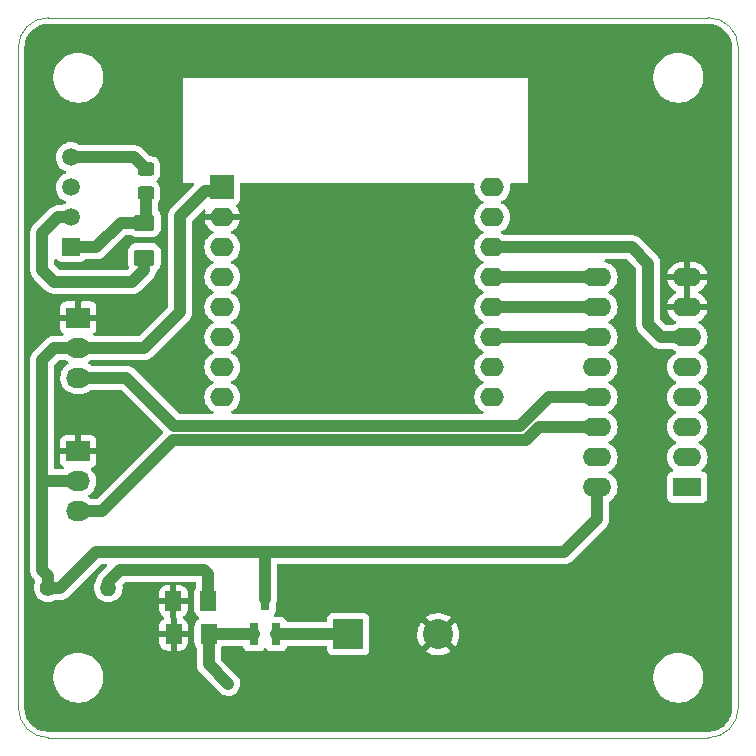
<source format=gbr>
G04 #@! TF.GenerationSoftware,KiCad,Pcbnew,(6.0.8)*
G04 #@! TF.CreationDate,2022-10-28T18:58:47+02:00*
G04 #@! TF.ProjectId,gardenWemos,67617264-656e-4576-956d-6f732e6b6963,rev?*
G04 #@! TF.SameCoordinates,Original*
G04 #@! TF.FileFunction,Copper,L1,Top*
G04 #@! TF.FilePolarity,Positive*
%FSLAX46Y46*%
G04 Gerber Fmt 4.6, Leading zero omitted, Abs format (unit mm)*
G04 Created by KiCad (PCBNEW (6.0.8)) date 2022-10-28 18:58:47*
%MOMM*%
%LPD*%
G01*
G04 APERTURE LIST*
G04 Aperture macros list*
%AMRoundRect*
0 Rectangle with rounded corners*
0 $1 Rounding radius*
0 $2 $3 $4 $5 $6 $7 $8 $9 X,Y pos of 4 corners*
0 Add a 4 corners polygon primitive as box body*
4,1,4,$2,$3,$4,$5,$6,$7,$8,$9,$2,$3,0*
0 Add four circle primitives for the rounded corners*
1,1,$1+$1,$2,$3*
1,1,$1+$1,$4,$5*
1,1,$1+$1,$6,$7*
1,1,$1+$1,$8,$9*
0 Add four rect primitives between the rounded corners*
20,1,$1+$1,$2,$3,$4,$5,0*
20,1,$1+$1,$4,$5,$6,$7,0*
20,1,$1+$1,$6,$7,$8,$9,0*
20,1,$1+$1,$8,$9,$2,$3,0*%
G04 Aperture macros list end*
G04 #@! TA.AperFunction,Profile*
%ADD10C,0.050000*%
G04 #@! TD*
G04 #@! TA.AperFunction,ComponentPad*
%ADD11R,2.030000X1.730000*%
G04 #@! TD*
G04 #@! TA.AperFunction,ComponentPad*
%ADD12O,2.030000X1.730000*%
G04 #@! TD*
G04 #@! TA.AperFunction,SMDPad,CuDef*
%ADD13RoundRect,0.250001X-0.624999X0.462499X-0.624999X-0.462499X0.624999X-0.462499X0.624999X0.462499X0*%
G04 #@! TD*
G04 #@! TA.AperFunction,ComponentPad*
%ADD14R,1.500000X1.500000*%
G04 #@! TD*
G04 #@! TA.AperFunction,ComponentPad*
%ADD15C,1.500000*%
G04 #@! TD*
G04 #@! TA.AperFunction,SMDPad,CuDef*
%ADD16RoundRect,0.250000X0.450000X-0.325000X0.450000X0.325000X-0.450000X0.325000X-0.450000X-0.325000X0*%
G04 #@! TD*
G04 #@! TA.AperFunction,ComponentPad*
%ADD17R,2.540000X2.540000*%
G04 #@! TD*
G04 #@! TA.AperFunction,ComponentPad*
%ADD18C,2.540000*%
G04 #@! TD*
G04 #@! TA.AperFunction,SMDPad,CuDef*
%ADD19R,0.800000X1.900000*%
G04 #@! TD*
G04 #@! TA.AperFunction,ComponentPad*
%ADD20O,1.400000X1.400000*%
G04 #@! TD*
G04 #@! TA.AperFunction,ComponentPad*
%ADD21C,1.400000*%
G04 #@! TD*
G04 #@! TA.AperFunction,SMDPad,CuDef*
%ADD22RoundRect,0.250001X0.462499X0.624999X-0.462499X0.624999X-0.462499X-0.624999X0.462499X-0.624999X0*%
G04 #@! TD*
G04 #@! TA.AperFunction,ComponentPad*
%ADD23O,2.000000X1.600000*%
G04 #@! TD*
G04 #@! TA.AperFunction,ComponentPad*
%ADD24R,2.000000X2.000000*%
G04 #@! TD*
G04 #@! TA.AperFunction,ComponentPad*
%ADD25R,2.400000X1.600000*%
G04 #@! TD*
G04 #@! TA.AperFunction,ComponentPad*
%ADD26O,2.400000X1.600000*%
G04 #@! TD*
G04 #@! TA.AperFunction,ViaPad*
%ADD27C,0.800000*%
G04 #@! TD*
G04 #@! TA.AperFunction,Conductor*
%ADD28C,1.016000*%
G04 #@! TD*
G04 APERTURE END LIST*
D10*
X174752000Y-132588000D02*
G75*
G03*
X177292000Y-130048000I0J2540000D01*
G01*
X116332000Y-130048000D02*
G75*
G03*
X118872000Y-132588000I2540000J0D01*
G01*
X118872000Y-71628000D02*
G75*
G03*
X116332000Y-74168000I0J-2540000D01*
G01*
X177292000Y-74168000D02*
G75*
G03*
X174752000Y-71628000I-2540000J0D01*
G01*
X118872000Y-71628000D02*
X174752000Y-71628000D01*
X116332000Y-130048000D02*
X116332000Y-74168000D01*
X118872000Y-132588000D02*
X174752000Y-132588000D01*
X177292000Y-74168000D02*
X177292000Y-130048000D01*
D11*
X121412000Y-97028000D03*
D12*
X121412000Y-99568000D03*
X121412000Y-102108000D03*
D13*
X127000000Y-91948000D03*
X127000000Y-88973000D03*
D14*
X120777000Y-91059000D03*
D15*
X120777000Y-88519000D03*
X120777000Y-85979000D03*
X120777000Y-83439000D03*
D16*
X127127000Y-86505000D03*
X127127000Y-84455000D03*
D17*
X144272000Y-123825000D03*
D18*
X151892000Y-123825000D03*
D19*
X136276000Y-123825000D03*
X138176000Y-123825000D03*
X137226000Y-120825000D03*
D20*
X123952000Y-119888000D03*
D21*
X118872000Y-119888000D03*
D22*
X132424500Y-121031000D03*
X129449500Y-121031000D03*
X132461000Y-123825000D03*
X129486000Y-123825000D03*
D23*
X133604000Y-88519000D03*
D24*
X133604000Y-85979000D03*
D23*
X133604000Y-91059000D03*
X133604000Y-93599000D03*
X133604000Y-96139000D03*
X133604000Y-98679000D03*
X133604000Y-101219000D03*
X133604000Y-103759000D03*
X156464000Y-103759000D03*
X156464000Y-101219000D03*
X156464000Y-98679000D03*
X156464000Y-96139000D03*
X156464000Y-93599000D03*
X156464000Y-91059000D03*
X156464000Y-88519000D03*
X156464000Y-85979000D03*
D25*
X172974000Y-111379000D03*
D26*
X165354000Y-93599000D03*
X172974000Y-108839000D03*
X165354000Y-96139000D03*
X172974000Y-106299000D03*
X165354000Y-98679000D03*
X172974000Y-103759000D03*
X165354000Y-101219000D03*
X172974000Y-101219000D03*
X165354000Y-103759000D03*
X172974000Y-98679000D03*
X165354000Y-106299000D03*
X172974000Y-96139000D03*
X165354000Y-108839000D03*
X172974000Y-93599000D03*
X165354000Y-111379000D03*
D12*
X121412000Y-113411000D03*
X121412000Y-110871000D03*
D11*
X121412000Y-108331000D03*
D27*
X134112000Y-128016000D03*
D28*
X125022000Y-88973000D02*
X127000000Y-88973000D01*
X120777000Y-91059000D02*
X122936000Y-91059000D01*
X122936000Y-91059000D02*
X125022000Y-88973000D01*
X127127000Y-86505000D02*
X127127000Y-88846000D01*
X127127000Y-88846000D02*
X127000000Y-88973000D01*
X120777000Y-83439000D02*
X126111000Y-83439000D01*
X126111000Y-83439000D02*
X127127000Y-84455000D01*
X144272000Y-123825000D02*
X138176000Y-123825000D01*
X134239000Y-123825000D02*
X136276000Y-123825000D01*
X132461000Y-123825000D02*
X134239000Y-123825000D01*
X132461000Y-126365000D02*
X132461000Y-123825000D01*
X134112000Y-128016000D02*
X132461000Y-126365000D01*
X132133990Y-86306010D02*
X133604000Y-86306010D01*
X130048000Y-88392000D02*
X132133990Y-86306010D01*
X130048000Y-96520000D02*
X130048000Y-88392000D01*
X121412000Y-99568000D02*
X127000000Y-99568000D01*
X127000000Y-99568000D02*
X130048000Y-96520000D01*
X119381000Y-99568000D02*
X118364000Y-100585000D01*
X121412000Y-99568000D02*
X119381000Y-99568000D01*
X118364000Y-118390051D02*
X118364000Y-100585000D01*
X118872000Y-118898051D02*
X118364000Y-118390051D01*
X118872000Y-119888000D02*
X118872000Y-118898051D01*
X119381000Y-110871000D02*
X121412000Y-110871000D01*
X119380000Y-110870000D02*
X119381000Y-110871000D01*
X118490000Y-110870000D02*
X119380000Y-110870000D01*
X118364000Y-100585000D02*
X118364000Y-110744000D01*
X118364000Y-110744000D02*
X118490000Y-110870000D01*
X118872000Y-119888000D02*
X119888000Y-119888000D01*
X119888000Y-119888000D02*
X122936000Y-116840000D01*
X122936000Y-116840000D02*
X135636000Y-116840000D01*
X162560000Y-116840000D02*
X135636000Y-116840000D01*
X165354000Y-111379000D02*
X165354000Y-114046000D01*
X165354000Y-114046000D02*
X162560000Y-116840000D01*
X137226000Y-116840000D02*
X137226000Y-120825000D01*
X135636000Y-116840000D02*
X137226000Y-116840000D01*
X132424500Y-118708500D02*
X132424500Y-121031000D01*
X132080000Y-118364000D02*
X132424500Y-118708500D01*
X124968000Y-118364000D02*
X132080000Y-118364000D01*
X123952000Y-119888000D02*
X123952000Y-119380000D01*
X123952000Y-119380000D02*
X124968000Y-118364000D01*
X118364000Y-92964000D02*
X119380000Y-93980000D01*
X118364000Y-89871340D02*
X118364000Y-92964000D01*
X120777000Y-88519000D02*
X119716340Y-88519000D01*
X127000000Y-92964000D02*
X127000000Y-91948000D01*
X119380000Y-93980000D02*
X125984000Y-93980000D01*
X119716340Y-88519000D02*
X118364000Y-89871340D01*
X125984000Y-93980000D02*
X127000000Y-92964000D01*
X163138000Y-103759000D02*
X165354000Y-103759000D01*
X161221302Y-103759000D02*
X163138000Y-103759000D01*
X158808303Y-106171999D02*
X161221302Y-103759000D01*
X129539999Y-106171999D02*
X158808303Y-106171999D01*
X121412000Y-102108000D02*
X125476000Y-102108000D01*
X125476000Y-102108000D02*
X129539999Y-106171999D01*
X156464000Y-98679000D02*
X165354000Y-98679000D01*
X156464000Y-96139000D02*
X165354000Y-96139000D01*
X156464000Y-93599000D02*
X165354000Y-93599000D01*
X170758000Y-98679000D02*
X172974000Y-98679000D01*
X169672000Y-97593000D02*
X170758000Y-98679000D01*
X169672000Y-92456000D02*
X169672000Y-97593000D01*
X156464000Y-91059000D02*
X168275000Y-91059000D01*
X168275000Y-91059000D02*
X169672000Y-92456000D01*
X160401000Y-106299000D02*
X165354000Y-106299000D01*
X159311990Y-107388010D02*
X160401000Y-106299000D01*
X129465990Y-107388010D02*
X159311990Y-107388010D01*
X121412000Y-113411000D02*
X123443000Y-113411000D01*
X123443000Y-113411000D02*
X129465990Y-107388010D01*
G04 #@! TA.AperFunction,Conductor*
G36*
X174722018Y-72138000D02*
G01*
X174736851Y-72140310D01*
X174736855Y-72140310D01*
X174745724Y-72141691D01*
X174754626Y-72140527D01*
X174754629Y-72140527D01*
X174762012Y-72139561D01*
X174786591Y-72138767D01*
X174813442Y-72140527D01*
X175008922Y-72153340D01*
X175025262Y-72155491D01*
X175147478Y-72179801D01*
X175269696Y-72204112D01*
X175285606Y-72208375D01*
X175521600Y-72288484D01*
X175536826Y-72294791D01*
X175760342Y-72405016D01*
X175774616Y-72413257D01*
X175981829Y-72551713D01*
X175994905Y-72561746D01*
X176182278Y-72726068D01*
X176193932Y-72737722D01*
X176358254Y-72925095D01*
X176368287Y-72938171D01*
X176506743Y-73145384D01*
X176514984Y-73159658D01*
X176625209Y-73383174D01*
X176631515Y-73398398D01*
X176711625Y-73634394D01*
X176715889Y-73650307D01*
X176764509Y-73894738D01*
X176766660Y-73911078D01*
X176780763Y-74126236D01*
X176779733Y-74149350D01*
X176779690Y-74152854D01*
X176778309Y-74161724D01*
X176779473Y-74170626D01*
X176779473Y-74170628D01*
X176782436Y-74193283D01*
X176783500Y-74209621D01*
X176783500Y-129998633D01*
X176782000Y-130018018D01*
X176779690Y-130032851D01*
X176779690Y-130032855D01*
X176778309Y-130041724D01*
X176779473Y-130050626D01*
X176779473Y-130050629D01*
X176780439Y-130058012D01*
X176781233Y-130082591D01*
X176766660Y-130304922D01*
X176764509Y-130321262D01*
X176715889Y-130565693D01*
X176711625Y-130581606D01*
X176677312Y-130682689D01*
X176631516Y-130817600D01*
X176625209Y-130832826D01*
X176514984Y-131056342D01*
X176506743Y-131070616D01*
X176368287Y-131277829D01*
X176358254Y-131290905D01*
X176193932Y-131478278D01*
X176182278Y-131489932D01*
X175994905Y-131654254D01*
X175981829Y-131664287D01*
X175774616Y-131802743D01*
X175760342Y-131810984D01*
X175536826Y-131921209D01*
X175521602Y-131927515D01*
X175285606Y-132007625D01*
X175269696Y-132011888D01*
X175147478Y-132036199D01*
X175025262Y-132060509D01*
X175008922Y-132062660D01*
X174860134Y-132072413D01*
X174793763Y-132076763D01*
X174770650Y-132075733D01*
X174767146Y-132075690D01*
X174758276Y-132074309D01*
X174749374Y-132075473D01*
X174749372Y-132075473D01*
X174735915Y-132077233D01*
X174726714Y-132078436D01*
X174710379Y-132079500D01*
X118921367Y-132079500D01*
X118901982Y-132078000D01*
X118887149Y-132075690D01*
X118887145Y-132075690D01*
X118878276Y-132074309D01*
X118869374Y-132075473D01*
X118869371Y-132075473D01*
X118861988Y-132076439D01*
X118837409Y-132077233D01*
X118792799Y-132074309D01*
X118615078Y-132062660D01*
X118598738Y-132060509D01*
X118476522Y-132036199D01*
X118354304Y-132011888D01*
X118338394Y-132007625D01*
X118102398Y-131927515D01*
X118087174Y-131921209D01*
X117863658Y-131810984D01*
X117849384Y-131802743D01*
X117642171Y-131664287D01*
X117629095Y-131654254D01*
X117441722Y-131489932D01*
X117430068Y-131478278D01*
X117265746Y-131290905D01*
X117255713Y-131277829D01*
X117117257Y-131070616D01*
X117109016Y-131056342D01*
X116998791Y-130832826D01*
X116992484Y-130817600D01*
X116946688Y-130682689D01*
X116912375Y-130581606D01*
X116908111Y-130565693D01*
X116859491Y-130321262D01*
X116857340Y-130304922D01*
X116843476Y-130093407D01*
X116844650Y-130070232D01*
X116844334Y-130070204D01*
X116844770Y-130065344D01*
X116845576Y-130060552D01*
X116845729Y-130048000D01*
X116841773Y-130020376D01*
X116840500Y-130002514D01*
X116840500Y-127640703D01*
X119302743Y-127640703D01*
X119340268Y-127925734D01*
X119416129Y-128203036D01*
X119417813Y-128206984D01*
X119506583Y-128415100D01*
X119528923Y-128467476D01*
X119676561Y-128714161D01*
X119856313Y-128938528D01*
X120064851Y-129136423D01*
X120298317Y-129304186D01*
X120302112Y-129306195D01*
X120302113Y-129306196D01*
X120323869Y-129317715D01*
X120552392Y-129438712D01*
X120822373Y-129537511D01*
X121103264Y-129598755D01*
X121131841Y-129601004D01*
X121326282Y-129616307D01*
X121326291Y-129616307D01*
X121328739Y-129616500D01*
X121484271Y-129616500D01*
X121486407Y-129616354D01*
X121486418Y-129616354D01*
X121694548Y-129602165D01*
X121694554Y-129602164D01*
X121698825Y-129601873D01*
X121703020Y-129601004D01*
X121703022Y-129601004D01*
X121839583Y-129572724D01*
X121980342Y-129543574D01*
X122251343Y-129447607D01*
X122506812Y-129315750D01*
X122510313Y-129313289D01*
X122510317Y-129313287D01*
X122624417Y-129233096D01*
X122742023Y-129150441D01*
X122820403Y-129077606D01*
X122949479Y-128957661D01*
X122949481Y-128957658D01*
X122952622Y-128954740D01*
X123134713Y-128732268D01*
X123284927Y-128487142D01*
X123319132Y-128409222D01*
X123398757Y-128227830D01*
X123400483Y-128223898D01*
X123479244Y-127947406D01*
X123519751Y-127662784D01*
X123519845Y-127644951D01*
X123521235Y-127379583D01*
X123521235Y-127379576D01*
X123521257Y-127375297D01*
X123483732Y-127090266D01*
X123482217Y-127084726D01*
X123459812Y-127002829D01*
X123407871Y-126812964D01*
X123339934Y-126653688D01*
X123296763Y-126552476D01*
X123296761Y-126552472D01*
X123295077Y-126548524D01*
X123208994Y-126404690D01*
X123149643Y-126305521D01*
X123149640Y-126305517D01*
X123147439Y-126301839D01*
X122967687Y-126077472D01*
X122800213Y-125918545D01*
X122762258Y-125882527D01*
X122762255Y-125882525D01*
X122759149Y-125879577D01*
X122525683Y-125711814D01*
X122503843Y-125700250D01*
X122480654Y-125687972D01*
X122271608Y-125577288D01*
X122001627Y-125478489D01*
X121720736Y-125417245D01*
X121689685Y-125414801D01*
X121497718Y-125399693D01*
X121497709Y-125399693D01*
X121495261Y-125399500D01*
X121339729Y-125399500D01*
X121337593Y-125399646D01*
X121337582Y-125399646D01*
X121129452Y-125413835D01*
X121129446Y-125413836D01*
X121125175Y-125414127D01*
X121120980Y-125414996D01*
X121120978Y-125414996D01*
X120984416Y-125443277D01*
X120843658Y-125472426D01*
X120572657Y-125568393D01*
X120317188Y-125700250D01*
X120313687Y-125702711D01*
X120313683Y-125702713D01*
X120303594Y-125709804D01*
X120081977Y-125865559D01*
X119871378Y-126061260D01*
X119689287Y-126283732D01*
X119539073Y-126528858D01*
X119537347Y-126532791D01*
X119537346Y-126532792D01*
X119425243Y-126788170D01*
X119423517Y-126792102D01*
X119344756Y-127068594D01*
X119337127Y-127122200D01*
X119306068Y-127340438D01*
X119304249Y-127353216D01*
X119304227Y-127357505D01*
X119304226Y-127357512D01*
X119302765Y-127636417D01*
X119302743Y-127640703D01*
X116840500Y-127640703D01*
X116840500Y-124497096D01*
X128265500Y-124497096D01*
X128265837Y-124503611D01*
X128275756Y-124599203D01*
X128278650Y-124612602D01*
X128330088Y-124766783D01*
X128336262Y-124779962D01*
X128421563Y-124917807D01*
X128430599Y-124929208D01*
X128545330Y-125043739D01*
X128556741Y-125052751D01*
X128694745Y-125137818D01*
X128707923Y-125143962D01*
X128862216Y-125195139D01*
X128875581Y-125198005D01*
X128969939Y-125207672D01*
X128976355Y-125208000D01*
X129213885Y-125208000D01*
X129229124Y-125203525D01*
X129230329Y-125202135D01*
X129232000Y-125194452D01*
X129232000Y-125189885D01*
X129740000Y-125189885D01*
X129744475Y-125205124D01*
X129745865Y-125206329D01*
X129753548Y-125208000D01*
X129995596Y-125208000D01*
X130002111Y-125207663D01*
X130097703Y-125197744D01*
X130111102Y-125194850D01*
X130265283Y-125143412D01*
X130278462Y-125137238D01*
X130416307Y-125051937D01*
X130427708Y-125042901D01*
X130542239Y-124928170D01*
X130551251Y-124916759D01*
X130636318Y-124778755D01*
X130642462Y-124765577D01*
X130693639Y-124611284D01*
X130696505Y-124597919D01*
X130706172Y-124503561D01*
X130706500Y-124497145D01*
X130706500Y-124097115D01*
X130702025Y-124081876D01*
X130700635Y-124080671D01*
X130692952Y-124079000D01*
X129758115Y-124079000D01*
X129742876Y-124083475D01*
X129741671Y-124084865D01*
X129740000Y-124092548D01*
X129740000Y-125189885D01*
X129232000Y-125189885D01*
X129232000Y-124097115D01*
X129227525Y-124081876D01*
X129226135Y-124080671D01*
X129218452Y-124079000D01*
X128283615Y-124079000D01*
X128268376Y-124083475D01*
X128267171Y-124084865D01*
X128265500Y-124092548D01*
X128265500Y-124497096D01*
X116840500Y-124497096D01*
X116840500Y-121703096D01*
X128229000Y-121703096D01*
X128229337Y-121709611D01*
X128239256Y-121805203D01*
X128242150Y-121818602D01*
X128293588Y-121972783D01*
X128299762Y-121985962D01*
X128385063Y-122123807D01*
X128394099Y-122135208D01*
X128508830Y-122249739D01*
X128520241Y-122258751D01*
X128639029Y-122331973D01*
X128686522Y-122384745D01*
X128697946Y-122454817D01*
X128669672Y-122519941D01*
X128639216Y-122546377D01*
X128555693Y-122598063D01*
X128544292Y-122607099D01*
X128429761Y-122721830D01*
X128420749Y-122733241D01*
X128335682Y-122871245D01*
X128329538Y-122884423D01*
X128278361Y-123038716D01*
X128275495Y-123052081D01*
X128265828Y-123146439D01*
X128265500Y-123152856D01*
X128265500Y-123552885D01*
X128269975Y-123568124D01*
X128271365Y-123569329D01*
X128279048Y-123571000D01*
X129213885Y-123571000D01*
X129229124Y-123566525D01*
X129230329Y-123565135D01*
X129232000Y-123557452D01*
X129232000Y-122472115D01*
X129223253Y-122442324D01*
X129200603Y-122407080D01*
X129197269Y-122383885D01*
X129703500Y-122383885D01*
X129712247Y-122413676D01*
X129734897Y-122448920D01*
X129740000Y-122484417D01*
X129740000Y-123552885D01*
X129744475Y-123568124D01*
X129745865Y-123569329D01*
X129753548Y-123571000D01*
X130688385Y-123571000D01*
X130703624Y-123566525D01*
X130704829Y-123565135D01*
X130706500Y-123557452D01*
X130706500Y-123152904D01*
X130706163Y-123146389D01*
X130696244Y-123050797D01*
X130693350Y-123037398D01*
X130641912Y-122883217D01*
X130635738Y-122870038D01*
X130550437Y-122732193D01*
X130541401Y-122720792D01*
X130426670Y-122606261D01*
X130415259Y-122597249D01*
X130296471Y-122524027D01*
X130248978Y-122471255D01*
X130237554Y-122401183D01*
X130265828Y-122336059D01*
X130296284Y-122309623D01*
X130379807Y-122257937D01*
X130391208Y-122248901D01*
X130505739Y-122134170D01*
X130514751Y-122122759D01*
X130599818Y-121984755D01*
X130605962Y-121971577D01*
X130657139Y-121817284D01*
X130660005Y-121803919D01*
X130669672Y-121709561D01*
X130670000Y-121703145D01*
X130670000Y-121303115D01*
X130665525Y-121287876D01*
X130664135Y-121286671D01*
X130656452Y-121285000D01*
X129721615Y-121285000D01*
X129706376Y-121289475D01*
X129705171Y-121290865D01*
X129703500Y-121298548D01*
X129703500Y-122383885D01*
X129197269Y-122383885D01*
X129195500Y-122371583D01*
X129195500Y-121303115D01*
X129191025Y-121287876D01*
X129189635Y-121286671D01*
X129181952Y-121285000D01*
X128247115Y-121285000D01*
X128231876Y-121289475D01*
X128230671Y-121290865D01*
X128229000Y-121298548D01*
X128229000Y-121703096D01*
X116840500Y-121703096D01*
X116840500Y-100581435D01*
X117342588Y-100581435D01*
X117345578Y-100613066D01*
X117346941Y-100627485D01*
X117347500Y-100639343D01*
X117347500Y-110681724D01*
X117346763Y-110695332D01*
X117343839Y-110722251D01*
X117342638Y-110733304D01*
X117343175Y-110739439D01*
X117347021Y-110783403D01*
X117347500Y-110794384D01*
X117347500Y-118327775D01*
X117346763Y-118341383D01*
X117344148Y-118365458D01*
X117342638Y-118379355D01*
X117343175Y-118385490D01*
X117347046Y-118429741D01*
X117347375Y-118434569D01*
X117347500Y-118437124D01*
X117347500Y-118440208D01*
X117347801Y-118443275D01*
X117351722Y-118483270D01*
X117351844Y-118484583D01*
X117360012Y-118577943D01*
X117361511Y-118583103D01*
X117362035Y-118588445D01*
X117386299Y-118668810D01*
X117389098Y-118678082D01*
X117389455Y-118679287D01*
X117415628Y-118769373D01*
X117418100Y-118774141D01*
X117419652Y-118779283D01*
X117422547Y-118784728D01*
X117422550Y-118784735D01*
X117463633Y-118862001D01*
X117464213Y-118863105D01*
X117507366Y-118946355D01*
X117510718Y-118950554D01*
X117513239Y-118955295D01*
X117517131Y-118960067D01*
X117572438Y-119027880D01*
X117573266Y-119028906D01*
X117602571Y-119065615D01*
X117604768Y-119068367D01*
X117607263Y-119070862D01*
X117607973Y-119071656D01*
X117611693Y-119076011D01*
X117635337Y-119105002D01*
X117635340Y-119105005D01*
X117639232Y-119109777D01*
X117643980Y-119113705D01*
X117643981Y-119113706D01*
X117674873Y-119139262D01*
X117683652Y-119147251D01*
X117757890Y-119221489D01*
X117791916Y-119283801D01*
X117786851Y-119354616D01*
X117782990Y-119363833D01*
X117740872Y-119454158D01*
X117732044Y-119473090D01*
X117730622Y-119478398D01*
X117730621Y-119478400D01*
X117685177Y-119648000D01*
X117677314Y-119677345D01*
X117658884Y-119888000D01*
X117677314Y-120098655D01*
X117678738Y-120103968D01*
X117678738Y-120103970D01*
X117717823Y-120249835D01*
X117732044Y-120302910D01*
X117734366Y-120307891D01*
X117734367Y-120307892D01*
X117755123Y-120352402D01*
X117821411Y-120494558D01*
X117942699Y-120667776D01*
X118092224Y-120817301D01*
X118265442Y-120938589D01*
X118270420Y-120940910D01*
X118270423Y-120940912D01*
X118452108Y-121025633D01*
X118457090Y-121027956D01*
X118462398Y-121029378D01*
X118462400Y-121029379D01*
X118656030Y-121081262D01*
X118656032Y-121081262D01*
X118661345Y-121082686D01*
X118872000Y-121101116D01*
X119082655Y-121082686D01*
X119087968Y-121081262D01*
X119087970Y-121081262D01*
X119281600Y-121029379D01*
X119281602Y-121029378D01*
X119286910Y-121027956D01*
X119291892Y-121025633D01*
X119473571Y-120940915D01*
X119473576Y-120940912D01*
X119478558Y-120938589D01*
X119483066Y-120935433D01*
X119483072Y-120935429D01*
X119494700Y-120927287D01*
X119566970Y-120904500D01*
X119825724Y-120904500D01*
X119839332Y-120905237D01*
X119871179Y-120908697D01*
X119871183Y-120908697D01*
X119877304Y-120909362D01*
X119914172Y-120906137D01*
X119927690Y-120904954D01*
X119932518Y-120904625D01*
X119935073Y-120904500D01*
X119938157Y-120904500D01*
X119953531Y-120902992D01*
X119981219Y-120900278D01*
X119982532Y-120900156D01*
X120022629Y-120896648D01*
X120075892Y-120891988D01*
X120081052Y-120890489D01*
X120086394Y-120889965D01*
X120176096Y-120862883D01*
X120177236Y-120862545D01*
X120267322Y-120836372D01*
X120272090Y-120833900D01*
X120277232Y-120832348D01*
X120282677Y-120829453D01*
X120282684Y-120829450D01*
X120359950Y-120788367D01*
X120361054Y-120787787D01*
X120444304Y-120744634D01*
X120448503Y-120741282D01*
X120453244Y-120738761D01*
X120458935Y-120734119D01*
X120525829Y-120679562D01*
X120526855Y-120678734D01*
X120563564Y-120649429D01*
X120563565Y-120649428D01*
X120566316Y-120647232D01*
X120568811Y-120644737D01*
X120569605Y-120644027D01*
X120573960Y-120640307D01*
X120602951Y-120616663D01*
X120602954Y-120616660D01*
X120607726Y-120612768D01*
X120637211Y-120577127D01*
X120645200Y-120568348D01*
X123320143Y-117893405D01*
X123382455Y-117859379D01*
X123409238Y-117856500D01*
X123733762Y-117856500D01*
X123801883Y-117876502D01*
X123848376Y-117930158D01*
X123858480Y-118000432D01*
X123828986Y-118065012D01*
X123822857Y-118071595D01*
X123277267Y-118617185D01*
X123267125Y-118626286D01*
X123237351Y-118650225D01*
X123204813Y-118689002D01*
X123201649Y-118692629D01*
X123199954Y-118694498D01*
X123197760Y-118696692D01*
X123170188Y-118730258D01*
X123169526Y-118731055D01*
X123109214Y-118802933D01*
X123106627Y-118807639D01*
X123103218Y-118811789D01*
X123100310Y-118817213D01*
X123100303Y-118817223D01*
X123058939Y-118894368D01*
X123058310Y-118895528D01*
X123013179Y-118977621D01*
X123011555Y-118982741D01*
X123009017Y-118987474D01*
X122996664Y-119027880D01*
X122981648Y-119076993D01*
X122981256Y-119078252D01*
X122960702Y-119143046D01*
X122952902Y-119167635D01*
X122952303Y-119172973D01*
X122950733Y-119178109D01*
X122950110Y-119184241D01*
X122948894Y-119190274D01*
X122947859Y-119190065D01*
X122928000Y-119243470D01*
X122901411Y-119281442D01*
X122899088Y-119286424D01*
X122899085Y-119286429D01*
X122867289Y-119354616D01*
X122812044Y-119473090D01*
X122810622Y-119478398D01*
X122810621Y-119478400D01*
X122765177Y-119648000D01*
X122757314Y-119677345D01*
X122738884Y-119888000D01*
X122757314Y-120098655D01*
X122758738Y-120103968D01*
X122758738Y-120103970D01*
X122797823Y-120249835D01*
X122812044Y-120302910D01*
X122814366Y-120307891D01*
X122814367Y-120307892D01*
X122835123Y-120352402D01*
X122901411Y-120494558D01*
X123022699Y-120667776D01*
X123172224Y-120817301D01*
X123345442Y-120938589D01*
X123350420Y-120940910D01*
X123350423Y-120940912D01*
X123532108Y-121025633D01*
X123537090Y-121027956D01*
X123542398Y-121029378D01*
X123542400Y-121029379D01*
X123736030Y-121081262D01*
X123736032Y-121081262D01*
X123741345Y-121082686D01*
X123952000Y-121101116D01*
X124162655Y-121082686D01*
X124167968Y-121081262D01*
X124167970Y-121081262D01*
X124361600Y-121029379D01*
X124361602Y-121029378D01*
X124366910Y-121027956D01*
X124371892Y-121025633D01*
X124553577Y-120940912D01*
X124553580Y-120940910D01*
X124558558Y-120938589D01*
X124731776Y-120817301D01*
X124790192Y-120758885D01*
X128229000Y-120758885D01*
X128233475Y-120774124D01*
X128234865Y-120775329D01*
X128242548Y-120777000D01*
X129177385Y-120777000D01*
X129192624Y-120772525D01*
X129193829Y-120771135D01*
X129195500Y-120763452D01*
X129195500Y-120758885D01*
X129703500Y-120758885D01*
X129707975Y-120774124D01*
X129709365Y-120775329D01*
X129717048Y-120777000D01*
X130651885Y-120777000D01*
X130667124Y-120772525D01*
X130668329Y-120771135D01*
X130670000Y-120763452D01*
X130670000Y-120358904D01*
X130669663Y-120352389D01*
X130659744Y-120256797D01*
X130656850Y-120243398D01*
X130605412Y-120089217D01*
X130599238Y-120076038D01*
X130513937Y-119938193D01*
X130504901Y-119926792D01*
X130390170Y-119812261D01*
X130378759Y-119803249D01*
X130240755Y-119718182D01*
X130227577Y-119712038D01*
X130073284Y-119660861D01*
X130059919Y-119657995D01*
X129965561Y-119648328D01*
X129959144Y-119648000D01*
X129721615Y-119648000D01*
X129706376Y-119652475D01*
X129705171Y-119653865D01*
X129703500Y-119661548D01*
X129703500Y-120758885D01*
X129195500Y-120758885D01*
X129195500Y-119666115D01*
X129191025Y-119650876D01*
X129189635Y-119649671D01*
X129181952Y-119648000D01*
X128939904Y-119648000D01*
X128933389Y-119648337D01*
X128837797Y-119658256D01*
X128824398Y-119661150D01*
X128670217Y-119712588D01*
X128657038Y-119718762D01*
X128519193Y-119804063D01*
X128507792Y-119813099D01*
X128393261Y-119927830D01*
X128384249Y-119939241D01*
X128299182Y-120077245D01*
X128293038Y-120090423D01*
X128241861Y-120244716D01*
X128238995Y-120258081D01*
X128229328Y-120352439D01*
X128229000Y-120358856D01*
X128229000Y-120758885D01*
X124790192Y-120758885D01*
X124881301Y-120667776D01*
X125002589Y-120494558D01*
X125068878Y-120352402D01*
X125089633Y-120307892D01*
X125089634Y-120307891D01*
X125091956Y-120302910D01*
X125106178Y-120249835D01*
X125145262Y-120103970D01*
X125145262Y-120103968D01*
X125146686Y-120098655D01*
X125165116Y-119888000D01*
X125162831Y-119861886D01*
X125147424Y-119685774D01*
X125161413Y-119616170D01*
X125183850Y-119585698D01*
X125352143Y-119417405D01*
X125414455Y-119383379D01*
X125441238Y-119380500D01*
X131282000Y-119380500D01*
X131350121Y-119400502D01*
X131396614Y-119454158D01*
X131408000Y-119506500D01*
X131408000Y-119835186D01*
X131387998Y-119903307D01*
X131371174Y-119924203D01*
X131362695Y-119932697D01*
X131269885Y-120083262D01*
X131263017Y-120103970D01*
X131216771Y-120243398D01*
X131214203Y-120251139D01*
X131213503Y-120257975D01*
X131213502Y-120257978D01*
X131209443Y-120297600D01*
X131203500Y-120355600D01*
X131203500Y-121706400D01*
X131203837Y-121709646D01*
X131203837Y-121709650D01*
X131213752Y-121805203D01*
X131214474Y-121812165D01*
X131216655Y-121818701D01*
X131216655Y-121818703D01*
X131219267Y-121826531D01*
X131270450Y-121979945D01*
X131363522Y-122130348D01*
X131488697Y-122255305D01*
X131494927Y-122259145D01*
X131494928Y-122259146D01*
X131509500Y-122268128D01*
X131609312Y-122329653D01*
X131613077Y-122331974D01*
X131660570Y-122384746D01*
X131671994Y-122454818D01*
X131643720Y-122519942D01*
X131613264Y-122546378D01*
X131524152Y-122601522D01*
X131399195Y-122726697D01*
X131395355Y-122732927D01*
X131395354Y-122732928D01*
X131337450Y-122826866D01*
X131306385Y-122877262D01*
X131304081Y-122884209D01*
X131253271Y-123037398D01*
X131250703Y-123045139D01*
X131250003Y-123051975D01*
X131250002Y-123051978D01*
X131249862Y-123053349D01*
X131240000Y-123149600D01*
X131240000Y-124500400D01*
X131240337Y-124503646D01*
X131240337Y-124503650D01*
X131250252Y-124599203D01*
X131250974Y-124606165D01*
X131253155Y-124612701D01*
X131253155Y-124612703D01*
X131275506Y-124679697D01*
X131306950Y-124773945D01*
X131400022Y-124924348D01*
X131405204Y-124929521D01*
X131407518Y-124931831D01*
X131408595Y-124933800D01*
X131409751Y-124935258D01*
X131409501Y-124935456D01*
X131441597Y-124994114D01*
X131444500Y-125021004D01*
X131444500Y-126302724D01*
X131443763Y-126316332D01*
X131439638Y-126354304D01*
X131440175Y-126360439D01*
X131444046Y-126404690D01*
X131444375Y-126409518D01*
X131444500Y-126412073D01*
X131444500Y-126415157D01*
X131444801Y-126418224D01*
X131448722Y-126458219D01*
X131448844Y-126459532D01*
X131457012Y-126552892D01*
X131458511Y-126558052D01*
X131459035Y-126563394D01*
X131460816Y-126569292D01*
X131486098Y-126653031D01*
X131486455Y-126654236D01*
X131512628Y-126744322D01*
X131515100Y-126749090D01*
X131516652Y-126754232D01*
X131519547Y-126759677D01*
X131519550Y-126759684D01*
X131560633Y-126836950D01*
X131561213Y-126838054D01*
X131604366Y-126921304D01*
X131607718Y-126925503D01*
X131610239Y-126930244D01*
X131614131Y-126935016D01*
X131669438Y-127002829D01*
X131670266Y-127003855D01*
X131699571Y-127040564D01*
X131701768Y-127043316D01*
X131704263Y-127045811D01*
X131704973Y-127046605D01*
X131708693Y-127050960D01*
X131732337Y-127079951D01*
X131732340Y-127079954D01*
X131736232Y-127084726D01*
X131740980Y-127088654D01*
X131740981Y-127088655D01*
X131771873Y-127114211D01*
X131780652Y-127122200D01*
X133428693Y-128770241D01*
X133543790Y-128864782D01*
X133549217Y-128867692D01*
X133549220Y-128867694D01*
X133675091Y-128935186D01*
X133719474Y-128958984D01*
X133734118Y-128963461D01*
X133904211Y-129015464D01*
X133904213Y-129015464D01*
X133910109Y-129017267D01*
X133938712Y-129020172D01*
X134102307Y-129036790D01*
X134102312Y-129036790D01*
X134108435Y-129037412D01*
X134306896Y-129018652D01*
X134497934Y-128961701D01*
X134503382Y-128958829D01*
X134503386Y-128958827D01*
X134586103Y-128915215D01*
X134674271Y-128868729D01*
X134793483Y-128772194D01*
X134824402Y-128747156D01*
X134824403Y-128747155D01*
X134829192Y-128743277D01*
X134956796Y-128590122D01*
X135052220Y-128415100D01*
X135111833Y-128224876D01*
X135114656Y-128198897D01*
X135132697Y-128032821D01*
X135132697Y-128032817D01*
X135133362Y-128026696D01*
X135115988Y-127828109D01*
X135061541Y-127640703D01*
X170102743Y-127640703D01*
X170140268Y-127925734D01*
X170216129Y-128203036D01*
X170217813Y-128206984D01*
X170306583Y-128415100D01*
X170328923Y-128467476D01*
X170476561Y-128714161D01*
X170656313Y-128938528D01*
X170864851Y-129136423D01*
X171098317Y-129304186D01*
X171102112Y-129306195D01*
X171102113Y-129306196D01*
X171123869Y-129317715D01*
X171352392Y-129438712D01*
X171622373Y-129537511D01*
X171903264Y-129598755D01*
X171931841Y-129601004D01*
X172126282Y-129616307D01*
X172126291Y-129616307D01*
X172128739Y-129616500D01*
X172284271Y-129616500D01*
X172286407Y-129616354D01*
X172286418Y-129616354D01*
X172494548Y-129602165D01*
X172494554Y-129602164D01*
X172498825Y-129601873D01*
X172503020Y-129601004D01*
X172503022Y-129601004D01*
X172639583Y-129572724D01*
X172780342Y-129543574D01*
X173051343Y-129447607D01*
X173306812Y-129315750D01*
X173310313Y-129313289D01*
X173310317Y-129313287D01*
X173424417Y-129233096D01*
X173542023Y-129150441D01*
X173620403Y-129077606D01*
X173749479Y-128957661D01*
X173749481Y-128957658D01*
X173752622Y-128954740D01*
X173934713Y-128732268D01*
X174084927Y-128487142D01*
X174119132Y-128409222D01*
X174198757Y-128227830D01*
X174200483Y-128223898D01*
X174279244Y-127947406D01*
X174319751Y-127662784D01*
X174319845Y-127644951D01*
X174321235Y-127379583D01*
X174321235Y-127379576D01*
X174321257Y-127375297D01*
X174283732Y-127090266D01*
X174282217Y-127084726D01*
X174259812Y-127002829D01*
X174207871Y-126812964D01*
X174139934Y-126653688D01*
X174096763Y-126552476D01*
X174096761Y-126552472D01*
X174095077Y-126548524D01*
X174008994Y-126404690D01*
X173949643Y-126305521D01*
X173949640Y-126305517D01*
X173947439Y-126301839D01*
X173767687Y-126077472D01*
X173600213Y-125918545D01*
X173562258Y-125882527D01*
X173562255Y-125882525D01*
X173559149Y-125879577D01*
X173325683Y-125711814D01*
X173303843Y-125700250D01*
X173280654Y-125687972D01*
X173071608Y-125577288D01*
X172801627Y-125478489D01*
X172520736Y-125417245D01*
X172489685Y-125414801D01*
X172297718Y-125399693D01*
X172297709Y-125399693D01*
X172295261Y-125399500D01*
X172139729Y-125399500D01*
X172137593Y-125399646D01*
X172137582Y-125399646D01*
X171929452Y-125413835D01*
X171929446Y-125413836D01*
X171925175Y-125414127D01*
X171920980Y-125414996D01*
X171920978Y-125414996D01*
X171784416Y-125443277D01*
X171643658Y-125472426D01*
X171372657Y-125568393D01*
X171117188Y-125700250D01*
X171113687Y-125702711D01*
X171113683Y-125702713D01*
X171103594Y-125709804D01*
X170881977Y-125865559D01*
X170671378Y-126061260D01*
X170489287Y-126283732D01*
X170339073Y-126528858D01*
X170337347Y-126532791D01*
X170337346Y-126532792D01*
X170225243Y-126788170D01*
X170223517Y-126792102D01*
X170144756Y-127068594D01*
X170137127Y-127122200D01*
X170106068Y-127340438D01*
X170104249Y-127353216D01*
X170104227Y-127357505D01*
X170104226Y-127357512D01*
X170102765Y-127636417D01*
X170102743Y-127640703D01*
X135061541Y-127640703D01*
X135060372Y-127636679D01*
X134968634Y-127459696D01*
X134871232Y-127337684D01*
X133514405Y-125980857D01*
X133480379Y-125918545D01*
X133477500Y-125891762D01*
X133477500Y-125020814D01*
X133497502Y-124952693D01*
X133514326Y-124931797D01*
X133517633Y-124928484D01*
X133522805Y-124923303D01*
X133536316Y-124901384D01*
X133589088Y-124853891D01*
X133643576Y-124841500D01*
X135270501Y-124841500D01*
X135338622Y-124861502D01*
X135385115Y-124915158D01*
X135388483Y-124923270D01*
X135410168Y-124981113D01*
X135425385Y-125021705D01*
X135512739Y-125138261D01*
X135629295Y-125225615D01*
X135765684Y-125276745D01*
X135827866Y-125283500D01*
X136724134Y-125283500D01*
X136786316Y-125276745D01*
X136922705Y-125225615D01*
X137039261Y-125138261D01*
X137103347Y-125052751D01*
X137125174Y-125023628D01*
X137182033Y-124981113D01*
X137252852Y-124976087D01*
X137315145Y-125010147D01*
X137326826Y-125023628D01*
X137348653Y-125052751D01*
X137412739Y-125138261D01*
X137529295Y-125225615D01*
X137665684Y-125276745D01*
X137727866Y-125283500D01*
X138624134Y-125283500D01*
X138686316Y-125276745D01*
X138822705Y-125225615D01*
X138939261Y-125138261D01*
X139026615Y-125021705D01*
X139041832Y-124981113D01*
X139063517Y-124923270D01*
X139106159Y-124866506D01*
X139172720Y-124841806D01*
X139181499Y-124841500D01*
X142367500Y-124841500D01*
X142435621Y-124861502D01*
X142482114Y-124915158D01*
X142493500Y-124967500D01*
X142493500Y-125143134D01*
X142500255Y-125205316D01*
X142551385Y-125341705D01*
X142638739Y-125458261D01*
X142755295Y-125545615D01*
X142891684Y-125596745D01*
X142953866Y-125603500D01*
X145590134Y-125603500D01*
X145652316Y-125596745D01*
X145788705Y-125545615D01*
X145905261Y-125458261D01*
X145992615Y-125341705D01*
X146027578Y-125248442D01*
X150833303Y-125248442D01*
X150842017Y-125259962D01*
X150943394Y-125334296D01*
X150951293Y-125339232D01*
X151176901Y-125457930D01*
X151185450Y-125461647D01*
X151426113Y-125545690D01*
X151435122Y-125548104D01*
X151685572Y-125595654D01*
X151694827Y-125596708D01*
X151949557Y-125606717D01*
X151958871Y-125606391D01*
X152212270Y-125578640D01*
X152221447Y-125576939D01*
X152467960Y-125512037D01*
X152476780Y-125509000D01*
X152710997Y-125408373D01*
X152719269Y-125404066D01*
X152936036Y-125269927D01*
X152943579Y-125264447D01*
X152945272Y-125263014D01*
X152953710Y-125250211D01*
X152947645Y-125239855D01*
X151904812Y-124197022D01*
X151890868Y-124189408D01*
X151889035Y-124189539D01*
X151882420Y-124193790D01*
X150839961Y-125236249D01*
X150833303Y-125248442D01*
X146027578Y-125248442D01*
X146043745Y-125205316D01*
X146050500Y-125143134D01*
X146050500Y-123782999D01*
X150109849Y-123782999D01*
X150122080Y-124037619D01*
X150123217Y-124046879D01*
X150172947Y-124296894D01*
X150175441Y-124305887D01*
X150261578Y-124545797D01*
X150265378Y-124554332D01*
X150386031Y-124778877D01*
X150391045Y-124786748D01*
X150457154Y-124875279D01*
X150468414Y-124883729D01*
X150480832Y-124876958D01*
X151519978Y-123837812D01*
X151526356Y-123826132D01*
X152256408Y-123826132D01*
X152256539Y-123827965D01*
X152260790Y-123834580D01*
X153306386Y-124880176D01*
X153318766Y-124886936D01*
X153327107Y-124880692D01*
X153456391Y-124679697D01*
X153460838Y-124671506D01*
X153565536Y-124439085D01*
X153568731Y-124430307D01*
X153637923Y-124184968D01*
X153639781Y-124175839D01*
X153672144Y-123921444D01*
X153672625Y-123915158D01*
X153674903Y-123828160D01*
X153674752Y-123821851D01*
X153655747Y-123566110D01*
X153654370Y-123556904D01*
X153598109Y-123308262D01*
X153595385Y-123299351D01*
X153502990Y-123061758D01*
X153498979Y-123053349D01*
X153372482Y-122832027D01*
X153367269Y-122824298D01*
X153327633Y-122774019D01*
X153315709Y-122765549D01*
X153304174Y-122772036D01*
X152264022Y-123812188D01*
X152256408Y-123826132D01*
X151526356Y-123826132D01*
X151527592Y-123823868D01*
X151527461Y-123822035D01*
X151523210Y-123815420D01*
X150479119Y-122771329D01*
X150465811Y-122764062D01*
X150455772Y-122771184D01*
X150443433Y-122786020D01*
X150438018Y-122793612D01*
X150305776Y-123011540D01*
X150301538Y-123019857D01*
X150202961Y-123254935D01*
X150200000Y-123263785D01*
X150137255Y-123510849D01*
X150135633Y-123520046D01*
X150110094Y-123773673D01*
X150109849Y-123782999D01*
X146050500Y-123782999D01*
X146050500Y-122506866D01*
X146043745Y-122444684D01*
X146026753Y-122399357D01*
X150830770Y-122399357D01*
X150835343Y-122409133D01*
X151879188Y-123452978D01*
X151893132Y-123460592D01*
X151894965Y-123460461D01*
X151901580Y-123456210D01*
X152944790Y-122413000D01*
X152951174Y-122401310D01*
X152941762Y-122389199D01*
X152800776Y-122291392D01*
X152792741Y-122286659D01*
X152564106Y-122173909D01*
X152555473Y-122170421D01*
X152312675Y-122092701D01*
X152303624Y-122090528D01*
X152052009Y-122049550D01*
X152042720Y-122048738D01*
X151787828Y-122045401D01*
X151778517Y-122045971D01*
X151525927Y-122080347D01*
X151516808Y-122082285D01*
X151272084Y-122153616D01*
X151263331Y-122156888D01*
X151031837Y-122263608D01*
X151023682Y-122268128D01*
X150839907Y-122388616D01*
X150830770Y-122399357D01*
X146026753Y-122399357D01*
X145992615Y-122308295D01*
X145905261Y-122191739D01*
X145788705Y-122104385D01*
X145652316Y-122053255D01*
X145590134Y-122046500D01*
X142953866Y-122046500D01*
X142891684Y-122053255D01*
X142755295Y-122104385D01*
X142638739Y-122191739D01*
X142551385Y-122308295D01*
X142500255Y-122444684D01*
X142493500Y-122506866D01*
X142493500Y-122682500D01*
X142473498Y-122750621D01*
X142419842Y-122797114D01*
X142367500Y-122808500D01*
X139181499Y-122808500D01*
X139113378Y-122788498D01*
X139066885Y-122734842D01*
X139063517Y-122726730D01*
X139029767Y-122636703D01*
X139026615Y-122628295D01*
X138939261Y-122511739D01*
X138822705Y-122424385D01*
X138686316Y-122373255D01*
X138624134Y-122366500D01*
X138062941Y-122366500D01*
X137994820Y-122346498D01*
X137948327Y-122292842D01*
X137938223Y-122222568D01*
X137967717Y-122157988D01*
X137976005Y-122150266D01*
X137975731Y-122149992D01*
X137982081Y-122143642D01*
X137989261Y-122138261D01*
X138076615Y-122021705D01*
X138127745Y-121885316D01*
X138134500Y-121823134D01*
X138134500Y-121314885D01*
X138150085Y-121254185D01*
X138161853Y-121232779D01*
X138161855Y-121232774D01*
X138164821Y-121227379D01*
X138225098Y-121037365D01*
X138242500Y-120882216D01*
X138242500Y-117982500D01*
X138262502Y-117914379D01*
X138316158Y-117867886D01*
X138368500Y-117856500D01*
X162497724Y-117856500D01*
X162511332Y-117857237D01*
X162543179Y-117860697D01*
X162543183Y-117860697D01*
X162549304Y-117861362D01*
X162586172Y-117858137D01*
X162599690Y-117856954D01*
X162604518Y-117856625D01*
X162607073Y-117856500D01*
X162610157Y-117856500D01*
X162625531Y-117854992D01*
X162653219Y-117852278D01*
X162654532Y-117852156D01*
X162694629Y-117848648D01*
X162747892Y-117843988D01*
X162753052Y-117842489D01*
X162758394Y-117841965D01*
X162848096Y-117814883D01*
X162849236Y-117814545D01*
X162939322Y-117788372D01*
X162944090Y-117785900D01*
X162949232Y-117784348D01*
X162954677Y-117781453D01*
X162954684Y-117781450D01*
X163031950Y-117740367D01*
X163033054Y-117739787D01*
X163116304Y-117696634D01*
X163120503Y-117693282D01*
X163125244Y-117690761D01*
X163130935Y-117686119D01*
X163197829Y-117631562D01*
X163198855Y-117630734D01*
X163235564Y-117601429D01*
X163235565Y-117601428D01*
X163238316Y-117599232D01*
X163240811Y-117596737D01*
X163241605Y-117596027D01*
X163245960Y-117592307D01*
X163274951Y-117568663D01*
X163274954Y-117568660D01*
X163279726Y-117564768D01*
X163309211Y-117529127D01*
X163317200Y-117520348D01*
X166028733Y-114808815D01*
X166038876Y-114799713D01*
X166058077Y-114784275D01*
X166068649Y-114775775D01*
X166101165Y-114737024D01*
X166104347Y-114733376D01*
X166106050Y-114731498D01*
X166108241Y-114729307D01*
X166135741Y-114695828D01*
X166136577Y-114694821D01*
X166192826Y-114627787D01*
X166192828Y-114627783D01*
X166196786Y-114623067D01*
X166199375Y-114618358D01*
X166202782Y-114614210D01*
X166205690Y-114608786D01*
X166205693Y-114608782D01*
X166247050Y-114531651D01*
X166247679Y-114530492D01*
X166272529Y-114485291D01*
X166292821Y-114448379D01*
X166294444Y-114443263D01*
X166296984Y-114438526D01*
X166324384Y-114348904D01*
X166324767Y-114347674D01*
X166353098Y-114258365D01*
X166353697Y-114253027D01*
X166355267Y-114247891D01*
X166364746Y-114154569D01*
X166364866Y-114153449D01*
X166370500Y-114103216D01*
X166370500Y-114099711D01*
X166370562Y-114098603D01*
X166371010Y-114092908D01*
X166374790Y-114055695D01*
X166374790Y-114055688D01*
X166375412Y-114049565D01*
X166371059Y-114003514D01*
X166370500Y-113991657D01*
X166370500Y-112610297D01*
X166390502Y-112542176D01*
X166424229Y-112507084D01*
X166593789Y-112388357D01*
X166593792Y-112388355D01*
X166598300Y-112385198D01*
X166760198Y-112223300D01*
X166763400Y-112218728D01*
X166888366Y-112040257D01*
X166891523Y-112035749D01*
X166893846Y-112030767D01*
X166893849Y-112030762D01*
X166985961Y-111833225D01*
X166985961Y-111833224D01*
X166988284Y-111828243D01*
X167001179Y-111780121D01*
X167046119Y-111612402D01*
X167046119Y-111612400D01*
X167047543Y-111607087D01*
X167067498Y-111379000D01*
X167047543Y-111150913D01*
X166991355Y-110941219D01*
X166989707Y-110935067D01*
X166989706Y-110935065D01*
X166988284Y-110929757D01*
X166925159Y-110794384D01*
X166893849Y-110727238D01*
X166893846Y-110727233D01*
X166891523Y-110722251D01*
X166760198Y-110534700D01*
X166598300Y-110372802D01*
X166593792Y-110369645D01*
X166593789Y-110369643D01*
X166427955Y-110253525D01*
X166410749Y-110241477D01*
X166405767Y-110239154D01*
X166405762Y-110239151D01*
X166371543Y-110223195D01*
X166318258Y-110176278D01*
X166298797Y-110108001D01*
X166319339Y-110040041D01*
X166371543Y-109994805D01*
X166405762Y-109978849D01*
X166405767Y-109978846D01*
X166410749Y-109976523D01*
X166579289Y-109858510D01*
X166593789Y-109848357D01*
X166593792Y-109848355D01*
X166598300Y-109845198D01*
X166760198Y-109683300D01*
X166783989Y-109649324D01*
X166818098Y-109600611D01*
X166891523Y-109495749D01*
X166893846Y-109490767D01*
X166893849Y-109490762D01*
X166985961Y-109293225D01*
X166985961Y-109293224D01*
X166988284Y-109288243D01*
X167047543Y-109067087D01*
X167067498Y-108839000D01*
X167047543Y-108610913D01*
X166992237Y-108404510D01*
X166989707Y-108395067D01*
X166989706Y-108395065D01*
X166988284Y-108389757D01*
X166963316Y-108336212D01*
X166893849Y-108187238D01*
X166893846Y-108187233D01*
X166891523Y-108182251D01*
X166760198Y-107994700D01*
X166598300Y-107832802D01*
X166593792Y-107829645D01*
X166593789Y-107829643D01*
X166515611Y-107774902D01*
X166410749Y-107701477D01*
X166405767Y-107699154D01*
X166405762Y-107699151D01*
X166371543Y-107683195D01*
X166318258Y-107636278D01*
X166298797Y-107568001D01*
X166319339Y-107500041D01*
X166371543Y-107454805D01*
X166405762Y-107438849D01*
X166405767Y-107438846D01*
X166410749Y-107436523D01*
X166579476Y-107318379D01*
X166593789Y-107308357D01*
X166593792Y-107308355D01*
X166598300Y-107305198D01*
X166760198Y-107143300D01*
X166891523Y-106955749D01*
X166893846Y-106950767D01*
X166893849Y-106950762D01*
X166985961Y-106753225D01*
X166985961Y-106753224D01*
X166988284Y-106748243D01*
X166996866Y-106716217D01*
X167046119Y-106532402D01*
X167046119Y-106532400D01*
X167047543Y-106527087D01*
X167067498Y-106299000D01*
X167047543Y-106070913D01*
X166988284Y-105849757D01*
X166985961Y-105844775D01*
X166893849Y-105647238D01*
X166893846Y-105647233D01*
X166891523Y-105642251D01*
X166760198Y-105454700D01*
X166598300Y-105292802D01*
X166593792Y-105289645D01*
X166593789Y-105289643D01*
X166478393Y-105208842D01*
X166410749Y-105161477D01*
X166405767Y-105159154D01*
X166405762Y-105159151D01*
X166371543Y-105143195D01*
X166318258Y-105096278D01*
X166298797Y-105028001D01*
X166319339Y-104960041D01*
X166371543Y-104914805D01*
X166405762Y-104898849D01*
X166405767Y-104898846D01*
X166410749Y-104896523D01*
X166579476Y-104778379D01*
X166593789Y-104768357D01*
X166593792Y-104768355D01*
X166598300Y-104765198D01*
X166760198Y-104603300D01*
X166891523Y-104415749D01*
X166893846Y-104410767D01*
X166893849Y-104410762D01*
X166985961Y-104213225D01*
X166985961Y-104213224D01*
X166988284Y-104208243D01*
X167047543Y-103987087D01*
X167067498Y-103759000D01*
X167047543Y-103530913D01*
X167034284Y-103481430D01*
X166989707Y-103315067D01*
X166989706Y-103315065D01*
X166988284Y-103309757D01*
X166911225Y-103144502D01*
X166893849Y-103107238D01*
X166893846Y-103107233D01*
X166891523Y-103102251D01*
X166818098Y-102997389D01*
X166763357Y-102919211D01*
X166763355Y-102919208D01*
X166760198Y-102914700D01*
X166598300Y-102752802D01*
X166593792Y-102749645D01*
X166593789Y-102749643D01*
X166515611Y-102694902D01*
X166410749Y-102621477D01*
X166405767Y-102619154D01*
X166405762Y-102619151D01*
X166371543Y-102603195D01*
X166318258Y-102556278D01*
X166298797Y-102488001D01*
X166319339Y-102420041D01*
X166371543Y-102374805D01*
X166405762Y-102358849D01*
X166405767Y-102358846D01*
X166410749Y-102356523D01*
X166533371Y-102270662D01*
X166593789Y-102228357D01*
X166593792Y-102228355D01*
X166598300Y-102225198D01*
X166760198Y-102063300D01*
X166891523Y-101875749D01*
X166893846Y-101870767D01*
X166893849Y-101870762D01*
X166985961Y-101673225D01*
X166985961Y-101673224D01*
X166988284Y-101668243D01*
X167010688Y-101584633D01*
X167046119Y-101452402D01*
X167046119Y-101452400D01*
X167047543Y-101447087D01*
X167067498Y-101219000D01*
X167047543Y-100990913D01*
X166988284Y-100769757D01*
X166983861Y-100760272D01*
X166893849Y-100567238D01*
X166893846Y-100567233D01*
X166891523Y-100562251D01*
X166770380Y-100389241D01*
X166763357Y-100379211D01*
X166763355Y-100379208D01*
X166760198Y-100374700D01*
X166598300Y-100212802D01*
X166593792Y-100209645D01*
X166593789Y-100209643D01*
X166515611Y-100154902D01*
X166410749Y-100081477D01*
X166405767Y-100079154D01*
X166405762Y-100079151D01*
X166371543Y-100063195D01*
X166318258Y-100016278D01*
X166298797Y-99948001D01*
X166319339Y-99880041D01*
X166371543Y-99834805D01*
X166405762Y-99818849D01*
X166405767Y-99818846D01*
X166410749Y-99816523D01*
X166551044Y-99718287D01*
X166593789Y-99688357D01*
X166593792Y-99688355D01*
X166598300Y-99685198D01*
X166760198Y-99523300D01*
X166891523Y-99335749D01*
X166893846Y-99330767D01*
X166893849Y-99330762D01*
X166985961Y-99133225D01*
X166985961Y-99133224D01*
X166988284Y-99128243D01*
X167047543Y-98907087D01*
X167067498Y-98679000D01*
X167047543Y-98450913D01*
X167019430Y-98345995D01*
X166989707Y-98235067D01*
X166989706Y-98235065D01*
X166988284Y-98229757D01*
X166972381Y-98195652D01*
X166893849Y-98027238D01*
X166893846Y-98027233D01*
X166891523Y-98022251D01*
X166793525Y-97882296D01*
X166763357Y-97839211D01*
X166763355Y-97839208D01*
X166760198Y-97834700D01*
X166598300Y-97672802D01*
X166593792Y-97669645D01*
X166593789Y-97669643D01*
X166460308Y-97576179D01*
X166410749Y-97541477D01*
X166405767Y-97539154D01*
X166405762Y-97539151D01*
X166371543Y-97523195D01*
X166318258Y-97476278D01*
X166298797Y-97408001D01*
X166319339Y-97340041D01*
X166371543Y-97294805D01*
X166405762Y-97278849D01*
X166405767Y-97278846D01*
X166410749Y-97276523D01*
X166551044Y-97178287D01*
X166593789Y-97148357D01*
X166593792Y-97148355D01*
X166598300Y-97145198D01*
X166760198Y-96983300D01*
X166799077Y-96927776D01*
X166818098Y-96900611D01*
X166891523Y-96795749D01*
X166893846Y-96790767D01*
X166893849Y-96790762D01*
X166985961Y-96593225D01*
X166985961Y-96593224D01*
X166988284Y-96588243D01*
X167007258Y-96517434D01*
X167046119Y-96372402D01*
X167046119Y-96372400D01*
X167047543Y-96367087D01*
X167067498Y-96139000D01*
X167047543Y-95910913D01*
X167037244Y-95872478D01*
X166989707Y-95695067D01*
X166989706Y-95695065D01*
X166988284Y-95689757D01*
X166976517Y-95664522D01*
X166893849Y-95487238D01*
X166893846Y-95487233D01*
X166891523Y-95482251D01*
X166760198Y-95294700D01*
X166598300Y-95132802D01*
X166593792Y-95129645D01*
X166593789Y-95129643D01*
X166515611Y-95074902D01*
X166410749Y-95001477D01*
X166405767Y-94999154D01*
X166405762Y-94999151D01*
X166371543Y-94983195D01*
X166318258Y-94936278D01*
X166298797Y-94868001D01*
X166319339Y-94800041D01*
X166371543Y-94754805D01*
X166405762Y-94738849D01*
X166405767Y-94738846D01*
X166410749Y-94736523D01*
X166551044Y-94638287D01*
X166593789Y-94608357D01*
X166593792Y-94608355D01*
X166598300Y-94605198D01*
X166760198Y-94443300D01*
X166891523Y-94255749D01*
X166893846Y-94250767D01*
X166893849Y-94250762D01*
X166985961Y-94053225D01*
X166985961Y-94053224D01*
X166988284Y-94048243D01*
X167036970Y-93866548D01*
X167046119Y-93832402D01*
X167046119Y-93832400D01*
X167047543Y-93827087D01*
X167067498Y-93599000D01*
X167047543Y-93370913D01*
X167043688Y-93356526D01*
X166989707Y-93155067D01*
X166989706Y-93155065D01*
X166988284Y-93149757D01*
X166947902Y-93063157D01*
X166893849Y-92947238D01*
X166893846Y-92947233D01*
X166891523Y-92942251D01*
X166760198Y-92754700D01*
X166598300Y-92592802D01*
X166593792Y-92589645D01*
X166593789Y-92589643D01*
X166482116Y-92511449D01*
X166410749Y-92461477D01*
X166405767Y-92459154D01*
X166405762Y-92459151D01*
X166208225Y-92367039D01*
X166208224Y-92367039D01*
X166203243Y-92364716D01*
X166197935Y-92363294D01*
X166197933Y-92363293D01*
X166069950Y-92329000D01*
X166048330Y-92323207D01*
X165987707Y-92286255D01*
X165956686Y-92222394D01*
X165965114Y-92151900D01*
X166010317Y-92097153D01*
X166080941Y-92075500D01*
X167801762Y-92075500D01*
X167869883Y-92095502D01*
X167890857Y-92112405D01*
X168618595Y-92840143D01*
X168652621Y-92902455D01*
X168655500Y-92929238D01*
X168655500Y-97530724D01*
X168654763Y-97544332D01*
X168650638Y-97582304D01*
X168651175Y-97588439D01*
X168655046Y-97632690D01*
X168655375Y-97637518D01*
X168655500Y-97640073D01*
X168655500Y-97643157D01*
X168655801Y-97646224D01*
X168659722Y-97686219D01*
X168659844Y-97687532D01*
X168668012Y-97780892D01*
X168669511Y-97786052D01*
X168670035Y-97791394D01*
X168671816Y-97797292D01*
X168697098Y-97881031D01*
X168697455Y-97882236D01*
X168723628Y-97972322D01*
X168726100Y-97977090D01*
X168727652Y-97982232D01*
X168730547Y-97987677D01*
X168730550Y-97987684D01*
X168771633Y-98064950D01*
X168772213Y-98066054D01*
X168815366Y-98149304D01*
X168818718Y-98153503D01*
X168821239Y-98158244D01*
X168825131Y-98163016D01*
X168880438Y-98230829D01*
X168881266Y-98231855D01*
X168894733Y-98248724D01*
X168912768Y-98271316D01*
X168915263Y-98273811D01*
X168915973Y-98274605D01*
X168919693Y-98278960D01*
X168943337Y-98307951D01*
X168943340Y-98307954D01*
X168947232Y-98312726D01*
X168951980Y-98316654D01*
X168951981Y-98316655D01*
X168982873Y-98342211D01*
X168991652Y-98350200D01*
X169995185Y-99353733D01*
X170004286Y-99363875D01*
X170028225Y-99393649D01*
X170067002Y-99426187D01*
X170070630Y-99429352D01*
X170072498Y-99431046D01*
X170074692Y-99433240D01*
X170077081Y-99435202D01*
X170108156Y-99460727D01*
X170109073Y-99461488D01*
X170180933Y-99521786D01*
X170185642Y-99524375D01*
X170189790Y-99527782D01*
X170195214Y-99530690D01*
X170195218Y-99530693D01*
X170272349Y-99572050D01*
X170273478Y-99572663D01*
X170355621Y-99617821D01*
X170360737Y-99619444D01*
X170365474Y-99621984D01*
X170455096Y-99649384D01*
X170456300Y-99649759D01*
X170545635Y-99678098D01*
X170550973Y-99678697D01*
X170556109Y-99680267D01*
X170562240Y-99680890D01*
X170562241Y-99680890D01*
X170581544Y-99682851D01*
X170649431Y-99689746D01*
X170650551Y-99689866D01*
X170700784Y-99695500D01*
X170704289Y-99695500D01*
X170705397Y-99695562D01*
X170711092Y-99696010D01*
X170748305Y-99699790D01*
X170748312Y-99699790D01*
X170754435Y-99700412D01*
X170800486Y-99696059D01*
X170812343Y-99695500D01*
X171704685Y-99695500D01*
X171776956Y-99718287D01*
X171917251Y-99816523D01*
X171922233Y-99818846D01*
X171922238Y-99818849D01*
X171956457Y-99834805D01*
X172009742Y-99881722D01*
X172029203Y-99949999D01*
X172008661Y-100017959D01*
X171956457Y-100063195D01*
X171922238Y-100079151D01*
X171922233Y-100079154D01*
X171917251Y-100081477D01*
X171812389Y-100154902D01*
X171734211Y-100209643D01*
X171734208Y-100209645D01*
X171729700Y-100212802D01*
X171567802Y-100374700D01*
X171564645Y-100379208D01*
X171564643Y-100379211D01*
X171557620Y-100389241D01*
X171436477Y-100562251D01*
X171434154Y-100567233D01*
X171434151Y-100567238D01*
X171344139Y-100760272D01*
X171339716Y-100769757D01*
X171280457Y-100990913D01*
X171260502Y-101219000D01*
X171280457Y-101447087D01*
X171281881Y-101452400D01*
X171281881Y-101452402D01*
X171317313Y-101584633D01*
X171339716Y-101668243D01*
X171342039Y-101673224D01*
X171342039Y-101673225D01*
X171434151Y-101870762D01*
X171434154Y-101870767D01*
X171436477Y-101875749D01*
X171567802Y-102063300D01*
X171729700Y-102225198D01*
X171734208Y-102228355D01*
X171734211Y-102228357D01*
X171794629Y-102270662D01*
X171917251Y-102356523D01*
X171922233Y-102358846D01*
X171922238Y-102358849D01*
X171956457Y-102374805D01*
X172009742Y-102421722D01*
X172029203Y-102489999D01*
X172008661Y-102557959D01*
X171956457Y-102603195D01*
X171922238Y-102619151D01*
X171922233Y-102619154D01*
X171917251Y-102621477D01*
X171812389Y-102694902D01*
X171734211Y-102749643D01*
X171734208Y-102749645D01*
X171729700Y-102752802D01*
X171567802Y-102914700D01*
X171564645Y-102919208D01*
X171564643Y-102919211D01*
X171509902Y-102997389D01*
X171436477Y-103102251D01*
X171434154Y-103107233D01*
X171434151Y-103107238D01*
X171416775Y-103144502D01*
X171339716Y-103309757D01*
X171338294Y-103315065D01*
X171338293Y-103315067D01*
X171293716Y-103481430D01*
X171280457Y-103530913D01*
X171260502Y-103759000D01*
X171280457Y-103987087D01*
X171339716Y-104208243D01*
X171342039Y-104213224D01*
X171342039Y-104213225D01*
X171434151Y-104410762D01*
X171434154Y-104410767D01*
X171436477Y-104415749D01*
X171567802Y-104603300D01*
X171729700Y-104765198D01*
X171734208Y-104768355D01*
X171734211Y-104768357D01*
X171748524Y-104778379D01*
X171917251Y-104896523D01*
X171922233Y-104898846D01*
X171922238Y-104898849D01*
X171956457Y-104914805D01*
X172009742Y-104961722D01*
X172029203Y-105029999D01*
X172008661Y-105097959D01*
X171956457Y-105143195D01*
X171922238Y-105159151D01*
X171922233Y-105159154D01*
X171917251Y-105161477D01*
X171849607Y-105208842D01*
X171734211Y-105289643D01*
X171734208Y-105289645D01*
X171729700Y-105292802D01*
X171567802Y-105454700D01*
X171436477Y-105642251D01*
X171434154Y-105647233D01*
X171434151Y-105647238D01*
X171342039Y-105844775D01*
X171339716Y-105849757D01*
X171280457Y-106070913D01*
X171260502Y-106299000D01*
X171280457Y-106527087D01*
X171281881Y-106532400D01*
X171281881Y-106532402D01*
X171331135Y-106716217D01*
X171339716Y-106748243D01*
X171342039Y-106753224D01*
X171342039Y-106753225D01*
X171434151Y-106950762D01*
X171434154Y-106950767D01*
X171436477Y-106955749D01*
X171567802Y-107143300D01*
X171729700Y-107305198D01*
X171734208Y-107308355D01*
X171734211Y-107308357D01*
X171748524Y-107318379D01*
X171917251Y-107436523D01*
X171922233Y-107438846D01*
X171922238Y-107438849D01*
X171956457Y-107454805D01*
X172009742Y-107501722D01*
X172029203Y-107569999D01*
X172008661Y-107637959D01*
X171956457Y-107683195D01*
X171922238Y-107699151D01*
X171922233Y-107699154D01*
X171917251Y-107701477D01*
X171812389Y-107774902D01*
X171734211Y-107829643D01*
X171734208Y-107829645D01*
X171729700Y-107832802D01*
X171567802Y-107994700D01*
X171436477Y-108182251D01*
X171434154Y-108187233D01*
X171434151Y-108187238D01*
X171364684Y-108336212D01*
X171339716Y-108389757D01*
X171338294Y-108395065D01*
X171338293Y-108395067D01*
X171335763Y-108404510D01*
X171280457Y-108610913D01*
X171260502Y-108839000D01*
X171280457Y-109067087D01*
X171339716Y-109288243D01*
X171342039Y-109293224D01*
X171342039Y-109293225D01*
X171434151Y-109490762D01*
X171434154Y-109490767D01*
X171436477Y-109495749D01*
X171509902Y-109600611D01*
X171544012Y-109649324D01*
X171567802Y-109683300D01*
X171729700Y-109845198D01*
X171734211Y-109848357D01*
X171738424Y-109851892D01*
X171737473Y-109853026D01*
X171777471Y-109903071D01*
X171784776Y-109973690D01*
X171752742Y-110037049D01*
X171691538Y-110073030D01*
X171674483Y-110076082D01*
X171663684Y-110077255D01*
X171527295Y-110128385D01*
X171410739Y-110215739D01*
X171323385Y-110332295D01*
X171272255Y-110468684D01*
X171265500Y-110530866D01*
X171265500Y-112227134D01*
X171272255Y-112289316D01*
X171323385Y-112425705D01*
X171410739Y-112542261D01*
X171527295Y-112629615D01*
X171663684Y-112680745D01*
X171725866Y-112687500D01*
X174222134Y-112687500D01*
X174284316Y-112680745D01*
X174420705Y-112629615D01*
X174537261Y-112542261D01*
X174624615Y-112425705D01*
X174675745Y-112289316D01*
X174682500Y-112227134D01*
X174682500Y-110530866D01*
X174675745Y-110468684D01*
X174624615Y-110332295D01*
X174537261Y-110215739D01*
X174420705Y-110128385D01*
X174284316Y-110077255D01*
X174273526Y-110076083D01*
X174271394Y-110075197D01*
X174268778Y-110074575D01*
X174268879Y-110074152D01*
X174207965Y-110048845D01*
X174167537Y-109990483D01*
X174165078Y-109919529D01*
X174201371Y-109858510D01*
X174210031Y-109851511D01*
X174213793Y-109848354D01*
X174218300Y-109845198D01*
X174380198Y-109683300D01*
X174403989Y-109649324D01*
X174438098Y-109600611D01*
X174511523Y-109495749D01*
X174513846Y-109490767D01*
X174513849Y-109490762D01*
X174605961Y-109293225D01*
X174605961Y-109293224D01*
X174608284Y-109288243D01*
X174667543Y-109067087D01*
X174687498Y-108839000D01*
X174667543Y-108610913D01*
X174612237Y-108404510D01*
X174609707Y-108395067D01*
X174609706Y-108395065D01*
X174608284Y-108389757D01*
X174583316Y-108336212D01*
X174513849Y-108187238D01*
X174513846Y-108187233D01*
X174511523Y-108182251D01*
X174380198Y-107994700D01*
X174218300Y-107832802D01*
X174213792Y-107829645D01*
X174213789Y-107829643D01*
X174135611Y-107774902D01*
X174030749Y-107701477D01*
X174025767Y-107699154D01*
X174025762Y-107699151D01*
X173991543Y-107683195D01*
X173938258Y-107636278D01*
X173918797Y-107568001D01*
X173939339Y-107500041D01*
X173991543Y-107454805D01*
X174025762Y-107438849D01*
X174025767Y-107438846D01*
X174030749Y-107436523D01*
X174199476Y-107318379D01*
X174213789Y-107308357D01*
X174213792Y-107308355D01*
X174218300Y-107305198D01*
X174380198Y-107143300D01*
X174511523Y-106955749D01*
X174513846Y-106950767D01*
X174513849Y-106950762D01*
X174605961Y-106753225D01*
X174605961Y-106753224D01*
X174608284Y-106748243D01*
X174616866Y-106716217D01*
X174666119Y-106532402D01*
X174666119Y-106532400D01*
X174667543Y-106527087D01*
X174687498Y-106299000D01*
X174667543Y-106070913D01*
X174608284Y-105849757D01*
X174605961Y-105844775D01*
X174513849Y-105647238D01*
X174513846Y-105647233D01*
X174511523Y-105642251D01*
X174380198Y-105454700D01*
X174218300Y-105292802D01*
X174213792Y-105289645D01*
X174213789Y-105289643D01*
X174098393Y-105208842D01*
X174030749Y-105161477D01*
X174025767Y-105159154D01*
X174025762Y-105159151D01*
X173991543Y-105143195D01*
X173938258Y-105096278D01*
X173918797Y-105028001D01*
X173939339Y-104960041D01*
X173991543Y-104914805D01*
X174025762Y-104898849D01*
X174025767Y-104898846D01*
X174030749Y-104896523D01*
X174199476Y-104778379D01*
X174213789Y-104768357D01*
X174213792Y-104768355D01*
X174218300Y-104765198D01*
X174380198Y-104603300D01*
X174511523Y-104415749D01*
X174513846Y-104410767D01*
X174513849Y-104410762D01*
X174605961Y-104213225D01*
X174605961Y-104213224D01*
X174608284Y-104208243D01*
X174667543Y-103987087D01*
X174687498Y-103759000D01*
X174667543Y-103530913D01*
X174654284Y-103481430D01*
X174609707Y-103315067D01*
X174609706Y-103315065D01*
X174608284Y-103309757D01*
X174531225Y-103144502D01*
X174513849Y-103107238D01*
X174513846Y-103107233D01*
X174511523Y-103102251D01*
X174438098Y-102997389D01*
X174383357Y-102919211D01*
X174383355Y-102919208D01*
X174380198Y-102914700D01*
X174218300Y-102752802D01*
X174213792Y-102749645D01*
X174213789Y-102749643D01*
X174135611Y-102694902D01*
X174030749Y-102621477D01*
X174025767Y-102619154D01*
X174025762Y-102619151D01*
X173991543Y-102603195D01*
X173938258Y-102556278D01*
X173918797Y-102488001D01*
X173939339Y-102420041D01*
X173991543Y-102374805D01*
X174025762Y-102358849D01*
X174025767Y-102358846D01*
X174030749Y-102356523D01*
X174153371Y-102270662D01*
X174213789Y-102228357D01*
X174213792Y-102228355D01*
X174218300Y-102225198D01*
X174380198Y-102063300D01*
X174511523Y-101875749D01*
X174513846Y-101870767D01*
X174513849Y-101870762D01*
X174605961Y-101673225D01*
X174605961Y-101673224D01*
X174608284Y-101668243D01*
X174630688Y-101584633D01*
X174666119Y-101452402D01*
X174666119Y-101452400D01*
X174667543Y-101447087D01*
X174687498Y-101219000D01*
X174667543Y-100990913D01*
X174608284Y-100769757D01*
X174603861Y-100760272D01*
X174513849Y-100567238D01*
X174513846Y-100567233D01*
X174511523Y-100562251D01*
X174390380Y-100389241D01*
X174383357Y-100379211D01*
X174383355Y-100379208D01*
X174380198Y-100374700D01*
X174218300Y-100212802D01*
X174213792Y-100209645D01*
X174213789Y-100209643D01*
X174135611Y-100154902D01*
X174030749Y-100081477D01*
X174025767Y-100079154D01*
X174025762Y-100079151D01*
X173991543Y-100063195D01*
X173938258Y-100016278D01*
X173918797Y-99948001D01*
X173939339Y-99880041D01*
X173991543Y-99834805D01*
X174025762Y-99818849D01*
X174025767Y-99818846D01*
X174030749Y-99816523D01*
X174171044Y-99718287D01*
X174213789Y-99688357D01*
X174213792Y-99688355D01*
X174218300Y-99685198D01*
X174380198Y-99523300D01*
X174511523Y-99335749D01*
X174513846Y-99330767D01*
X174513849Y-99330762D01*
X174605961Y-99133225D01*
X174605961Y-99133224D01*
X174608284Y-99128243D01*
X174667543Y-98907087D01*
X174687498Y-98679000D01*
X174667543Y-98450913D01*
X174639430Y-98345995D01*
X174609707Y-98235067D01*
X174609706Y-98235065D01*
X174608284Y-98229757D01*
X174592381Y-98195652D01*
X174513849Y-98027238D01*
X174513846Y-98027233D01*
X174511523Y-98022251D01*
X174413525Y-97882296D01*
X174383357Y-97839211D01*
X174383355Y-97839208D01*
X174380198Y-97834700D01*
X174218300Y-97672802D01*
X174213792Y-97669645D01*
X174213789Y-97669643D01*
X174080308Y-97576179D01*
X174030749Y-97541477D01*
X174025767Y-97539154D01*
X174025762Y-97539151D01*
X173990951Y-97522919D01*
X173937666Y-97476002D01*
X173918205Y-97407725D01*
X173938747Y-97339765D01*
X173990951Y-97294529D01*
X174025511Y-97278414D01*
X174035007Y-97272931D01*
X174213467Y-97147972D01*
X174221875Y-97140916D01*
X174375916Y-96986875D01*
X174382972Y-96978467D01*
X174507931Y-96800007D01*
X174513414Y-96790511D01*
X174605490Y-96593053D01*
X174609236Y-96582761D01*
X174655394Y-96410497D01*
X174655058Y-96396401D01*
X174647116Y-96393000D01*
X171306033Y-96393000D01*
X171292502Y-96396973D01*
X171291273Y-96405522D01*
X171338764Y-96582761D01*
X171342510Y-96593053D01*
X171434586Y-96790511D01*
X171440069Y-96800007D01*
X171565028Y-96978467D01*
X171572084Y-96986875D01*
X171726125Y-97140916D01*
X171734533Y-97147972D01*
X171912993Y-97272931D01*
X171922489Y-97278414D01*
X171957049Y-97294529D01*
X172010334Y-97341446D01*
X172029795Y-97409723D01*
X172009253Y-97477683D01*
X171957049Y-97522919D01*
X171922238Y-97539151D01*
X171922233Y-97539154D01*
X171917251Y-97541477D01*
X171850183Y-97588439D01*
X171776956Y-97639713D01*
X171704685Y-97662500D01*
X171231238Y-97662500D01*
X171163117Y-97642498D01*
X171142143Y-97625595D01*
X170725405Y-97208857D01*
X170691379Y-97146545D01*
X170688500Y-97119762D01*
X170688500Y-93865522D01*
X171291273Y-93865522D01*
X171338764Y-94042761D01*
X171342510Y-94053053D01*
X171434586Y-94250511D01*
X171440069Y-94260007D01*
X171565028Y-94438467D01*
X171572084Y-94446875D01*
X171726125Y-94600916D01*
X171734533Y-94607972D01*
X171912993Y-94732931D01*
X171922489Y-94738414D01*
X171957641Y-94754805D01*
X172010926Y-94801722D01*
X172030387Y-94869999D01*
X172009845Y-94937959D01*
X171957641Y-94983195D01*
X171922489Y-94999586D01*
X171912993Y-95005069D01*
X171734533Y-95130028D01*
X171726125Y-95137084D01*
X171572084Y-95291125D01*
X171565028Y-95299533D01*
X171440069Y-95477993D01*
X171434586Y-95487489D01*
X171342510Y-95684947D01*
X171338764Y-95695239D01*
X171292606Y-95867503D01*
X171292942Y-95881599D01*
X171300884Y-95885000D01*
X172701885Y-95885000D01*
X172717124Y-95880525D01*
X172718329Y-95879135D01*
X172720000Y-95871452D01*
X172720000Y-95866885D01*
X173228000Y-95866885D01*
X173232475Y-95882124D01*
X173233865Y-95883329D01*
X173241548Y-95885000D01*
X174641967Y-95885000D01*
X174655498Y-95881027D01*
X174656727Y-95872478D01*
X174609236Y-95695239D01*
X174605490Y-95684947D01*
X174513414Y-95487489D01*
X174507931Y-95477993D01*
X174382972Y-95299533D01*
X174375916Y-95291125D01*
X174221875Y-95137084D01*
X174213467Y-95130028D01*
X174035007Y-95005069D01*
X174025511Y-94999586D01*
X173990359Y-94983195D01*
X173937074Y-94936278D01*
X173917613Y-94868001D01*
X173938155Y-94800041D01*
X173990359Y-94754805D01*
X174025511Y-94738414D01*
X174035007Y-94732931D01*
X174213467Y-94607972D01*
X174221875Y-94600916D01*
X174375916Y-94446875D01*
X174382972Y-94438467D01*
X174507931Y-94260007D01*
X174513414Y-94250511D01*
X174605490Y-94053053D01*
X174609236Y-94042761D01*
X174655394Y-93870497D01*
X174655058Y-93856401D01*
X174647116Y-93853000D01*
X173246115Y-93853000D01*
X173230876Y-93857475D01*
X173229671Y-93858865D01*
X173228000Y-93866548D01*
X173228000Y-95866885D01*
X172720000Y-95866885D01*
X172720000Y-93871115D01*
X172715525Y-93855876D01*
X172714135Y-93854671D01*
X172706452Y-93853000D01*
X171306033Y-93853000D01*
X171292502Y-93856973D01*
X171291273Y-93865522D01*
X170688500Y-93865522D01*
X170688500Y-93327503D01*
X171292606Y-93327503D01*
X171292942Y-93341599D01*
X171300884Y-93345000D01*
X172701885Y-93345000D01*
X172717124Y-93340525D01*
X172718329Y-93339135D01*
X172720000Y-93331452D01*
X172720000Y-93326885D01*
X173228000Y-93326885D01*
X173232475Y-93342124D01*
X173233865Y-93343329D01*
X173241548Y-93345000D01*
X174641967Y-93345000D01*
X174655498Y-93341027D01*
X174656727Y-93332478D01*
X174609236Y-93155239D01*
X174605490Y-93144947D01*
X174513414Y-92947489D01*
X174507931Y-92937993D01*
X174382972Y-92759533D01*
X174375916Y-92751125D01*
X174221875Y-92597084D01*
X174213467Y-92590028D01*
X174035007Y-92465069D01*
X174025511Y-92459586D01*
X173828053Y-92367510D01*
X173817761Y-92363764D01*
X173607312Y-92307375D01*
X173596519Y-92305472D01*
X173433830Y-92291238D01*
X173428365Y-92291000D01*
X173246115Y-92291000D01*
X173230876Y-92295475D01*
X173229671Y-92296865D01*
X173228000Y-92304548D01*
X173228000Y-93326885D01*
X172720000Y-93326885D01*
X172720000Y-92309115D01*
X172715525Y-92293876D01*
X172714135Y-92292671D01*
X172706452Y-92291000D01*
X172519635Y-92291000D01*
X172514170Y-92291238D01*
X172351481Y-92305472D01*
X172340688Y-92307375D01*
X172130239Y-92363764D01*
X172119947Y-92367510D01*
X171922489Y-92459586D01*
X171912993Y-92465069D01*
X171734533Y-92590028D01*
X171726125Y-92597084D01*
X171572084Y-92751125D01*
X171565028Y-92759533D01*
X171440069Y-92937993D01*
X171434586Y-92947489D01*
X171342510Y-93144947D01*
X171338764Y-93155239D01*
X171292606Y-93327503D01*
X170688500Y-93327503D01*
X170688500Y-92518273D01*
X170689237Y-92504665D01*
X170692696Y-92472821D01*
X170693362Y-92466695D01*
X170688955Y-92416322D01*
X170688626Y-92411507D01*
X170688500Y-92408931D01*
X170688500Y-92405843D01*
X170684742Y-92367510D01*
X170684267Y-92362665D01*
X170684146Y-92361354D01*
X170676524Y-92274245D01*
X170675987Y-92268108D01*
X170674489Y-92262953D01*
X170673965Y-92257606D01*
X170646842Y-92167771D01*
X170646500Y-92166615D01*
X170622091Y-92082596D01*
X170622089Y-92082590D01*
X170620371Y-92076678D01*
X170617902Y-92071914D01*
X170616348Y-92066768D01*
X170613455Y-92061328D01*
X170613453Y-92061322D01*
X170572327Y-91983976D01*
X170571713Y-91982806D01*
X170531469Y-91905166D01*
X170531466Y-91905161D01*
X170528633Y-91899696D01*
X170525284Y-91895500D01*
X170522761Y-91890756D01*
X170495340Y-91857134D01*
X170463500Y-91818095D01*
X170462672Y-91817068D01*
X170433431Y-91780439D01*
X170431232Y-91777684D01*
X170428739Y-91775191D01*
X170428022Y-91774389D01*
X170424310Y-91770043D01*
X170400664Y-91741051D01*
X170396768Y-91736274D01*
X170361127Y-91706789D01*
X170352348Y-91698800D01*
X169037815Y-90384267D01*
X169028713Y-90374124D01*
X169008634Y-90349151D01*
X169004775Y-90344351D01*
X168965998Y-90311813D01*
X168962371Y-90308649D01*
X168960502Y-90306954D01*
X168958308Y-90304760D01*
X168924742Y-90277188D01*
X168923945Y-90276526D01*
X168852067Y-90216214D01*
X168847361Y-90213627D01*
X168843211Y-90210218D01*
X168837787Y-90207310D01*
X168837777Y-90207303D01*
X168760632Y-90165939D01*
X168759472Y-90165310D01*
X168695096Y-90129919D01*
X168677379Y-90120179D01*
X168672259Y-90118555D01*
X168667526Y-90116017D01*
X168578007Y-90088648D01*
X168576748Y-90088256D01*
X168493239Y-90061765D01*
X168493235Y-90061764D01*
X168487365Y-90059902D01*
X168482027Y-90059303D01*
X168476891Y-90057733D01*
X168470760Y-90057110D01*
X168470759Y-90057110D01*
X168451456Y-90055149D01*
X168383569Y-90048254D01*
X168382449Y-90048134D01*
X168332216Y-90042500D01*
X168328711Y-90042500D01*
X168327603Y-90042438D01*
X168321908Y-90041990D01*
X168284695Y-90038210D01*
X168284688Y-90038210D01*
X168278565Y-90037588D01*
X168232515Y-90041941D01*
X168220657Y-90042500D01*
X157533315Y-90042500D01*
X157461044Y-90019713D01*
X157365651Y-89952918D01*
X157320749Y-89921477D01*
X157315767Y-89919154D01*
X157315762Y-89919151D01*
X157281543Y-89903195D01*
X157228258Y-89856278D01*
X157208797Y-89788001D01*
X157229339Y-89720041D01*
X157281543Y-89674805D01*
X157315762Y-89658849D01*
X157315767Y-89658846D01*
X157320749Y-89656523D01*
X157446697Y-89568333D01*
X157503789Y-89528357D01*
X157503792Y-89528355D01*
X157508300Y-89525198D01*
X157670198Y-89363300D01*
X157690060Y-89334935D01*
X157798366Y-89180257D01*
X157801523Y-89175749D01*
X157803846Y-89170767D01*
X157803849Y-89170762D01*
X157895961Y-88973225D01*
X157895961Y-88973224D01*
X157898284Y-88968243D01*
X157944138Y-88797117D01*
X157956119Y-88752402D01*
X157956119Y-88752400D01*
X157957543Y-88747087D01*
X157977498Y-88519000D01*
X157957543Y-88290913D01*
X157937877Y-88217518D01*
X157899707Y-88075067D01*
X157899706Y-88075065D01*
X157898284Y-88069757D01*
X157878392Y-88027098D01*
X157803849Y-87867238D01*
X157803846Y-87867233D01*
X157801523Y-87862251D01*
X157717388Y-87742094D01*
X157673357Y-87679211D01*
X157673355Y-87679208D01*
X157670198Y-87674700D01*
X157508300Y-87512802D01*
X157503792Y-87509645D01*
X157503789Y-87509643D01*
X157402876Y-87438983D01*
X157320749Y-87381477D01*
X157315767Y-87379154D01*
X157315762Y-87379151D01*
X157281543Y-87363195D01*
X157228258Y-87316278D01*
X157208797Y-87248001D01*
X157229339Y-87180041D01*
X157281543Y-87134805D01*
X157315762Y-87118849D01*
X157315767Y-87118846D01*
X157320749Y-87116523D01*
X157443558Y-87030531D01*
X157503789Y-86988357D01*
X157503792Y-86988355D01*
X157508300Y-86985198D01*
X157670198Y-86823300D01*
X157690060Y-86794935D01*
X157798366Y-86640257D01*
X157801523Y-86635749D01*
X157803846Y-86630767D01*
X157803849Y-86630762D01*
X157895961Y-86433225D01*
X157895961Y-86433224D01*
X157898284Y-86428243D01*
X157957543Y-86207087D01*
X157977498Y-85979000D01*
X157957543Y-85750913D01*
X157956176Y-85745813D01*
X157964039Y-85675320D01*
X158008806Y-85620216D01*
X158080255Y-85598000D01*
X159512000Y-85598000D01*
X159512000Y-76840703D01*
X170102743Y-76840703D01*
X170140268Y-77125734D01*
X170216129Y-77403036D01*
X170328923Y-77667476D01*
X170476561Y-77914161D01*
X170656313Y-78138528D01*
X170864851Y-78336423D01*
X171098317Y-78504186D01*
X171102112Y-78506195D01*
X171102113Y-78506196D01*
X171123869Y-78517715D01*
X171352392Y-78638712D01*
X171622373Y-78737511D01*
X171903264Y-78798755D01*
X171931841Y-78801004D01*
X172126282Y-78816307D01*
X172126291Y-78816307D01*
X172128739Y-78816500D01*
X172284271Y-78816500D01*
X172286407Y-78816354D01*
X172286418Y-78816354D01*
X172494548Y-78802165D01*
X172494554Y-78802164D01*
X172498825Y-78801873D01*
X172503020Y-78801004D01*
X172503022Y-78801004D01*
X172639584Y-78772723D01*
X172780342Y-78743574D01*
X173051343Y-78647607D01*
X173306812Y-78515750D01*
X173310313Y-78513289D01*
X173310317Y-78513287D01*
X173424417Y-78433096D01*
X173542023Y-78350441D01*
X173752622Y-78154740D01*
X173934713Y-77932268D01*
X174084927Y-77687142D01*
X174200483Y-77423898D01*
X174279244Y-77147406D01*
X174319751Y-76862784D01*
X174319845Y-76844951D01*
X174321235Y-76579583D01*
X174321235Y-76579576D01*
X174321257Y-76575297D01*
X174283732Y-76290266D01*
X174207871Y-76012964D01*
X174095077Y-75748524D01*
X173947439Y-75501839D01*
X173767687Y-75277472D01*
X173559149Y-75079577D01*
X173325683Y-74911814D01*
X173303843Y-74900250D01*
X173280654Y-74887972D01*
X173071608Y-74777288D01*
X172801627Y-74678489D01*
X172520736Y-74617245D01*
X172489685Y-74614801D01*
X172297718Y-74599693D01*
X172297709Y-74599693D01*
X172295261Y-74599500D01*
X172139729Y-74599500D01*
X172137593Y-74599646D01*
X172137582Y-74599646D01*
X171929452Y-74613835D01*
X171929446Y-74613836D01*
X171925175Y-74614127D01*
X171920980Y-74614996D01*
X171920978Y-74614996D01*
X171784417Y-74643276D01*
X171643658Y-74672426D01*
X171372657Y-74768393D01*
X171117188Y-74900250D01*
X171113687Y-74902711D01*
X171113683Y-74902713D01*
X171103594Y-74909804D01*
X170881977Y-75065559D01*
X170671378Y-75261260D01*
X170489287Y-75483732D01*
X170339073Y-75728858D01*
X170223517Y-75992102D01*
X170144756Y-76268594D01*
X170104249Y-76553216D01*
X170104227Y-76557505D01*
X170104226Y-76557512D01*
X170103407Y-76713865D01*
X170102743Y-76840703D01*
X159512000Y-76840703D01*
X159512000Y-76708000D01*
X130302000Y-76708000D01*
X130302000Y-85598000D01*
X131100262Y-85598000D01*
X131168383Y-85618002D01*
X131214876Y-85671658D01*
X131224980Y-85741932D01*
X131195486Y-85806512D01*
X131189357Y-85813095D01*
X129373267Y-87629185D01*
X129363125Y-87638286D01*
X129333351Y-87662225D01*
X129300813Y-87701002D01*
X129297649Y-87704629D01*
X129295954Y-87706498D01*
X129293760Y-87708692D01*
X129266188Y-87742258D01*
X129265526Y-87743055D01*
X129205214Y-87814933D01*
X129202627Y-87819639D01*
X129199218Y-87823789D01*
X129196310Y-87829213D01*
X129196303Y-87829223D01*
X129154939Y-87906368D01*
X129154310Y-87907528D01*
X129147126Y-87920595D01*
X129109179Y-87989621D01*
X129107555Y-87994741D01*
X129105017Y-87999474D01*
X129085052Y-88064775D01*
X129077648Y-88088993D01*
X129077256Y-88090252D01*
X129050765Y-88173761D01*
X129048902Y-88179635D01*
X129048303Y-88184973D01*
X129046733Y-88190109D01*
X129039472Y-88261599D01*
X129037263Y-88283343D01*
X129037134Y-88284551D01*
X129031500Y-88334784D01*
X129031500Y-88338289D01*
X129031438Y-88339397D01*
X129030990Y-88345092D01*
X129027210Y-88382305D01*
X129027210Y-88382312D01*
X129026588Y-88388435D01*
X129027168Y-88394566D01*
X129030941Y-88434485D01*
X129031500Y-88446343D01*
X129031500Y-96046762D01*
X129011498Y-96114883D01*
X128994595Y-96135857D01*
X126615857Y-98514595D01*
X126553545Y-98548621D01*
X126526762Y-98551500D01*
X122773709Y-98551500D01*
X122705588Y-98531498D01*
X122659095Y-98477842D01*
X122648991Y-98407568D01*
X122678485Y-98342988D01*
X122698144Y-98324674D01*
X122782724Y-98261285D01*
X122795285Y-98248724D01*
X122871786Y-98146649D01*
X122880324Y-98131054D01*
X122925478Y-98010606D01*
X122929105Y-97995351D01*
X122934631Y-97944486D01*
X122935000Y-97937672D01*
X122935000Y-97300115D01*
X122930525Y-97284876D01*
X122929135Y-97283671D01*
X122921452Y-97282000D01*
X119907116Y-97282000D01*
X119891877Y-97286475D01*
X119890672Y-97287865D01*
X119889001Y-97295548D01*
X119889001Y-97937669D01*
X119889371Y-97944490D01*
X119894895Y-97995352D01*
X119898521Y-98010604D01*
X119943676Y-98131054D01*
X119952214Y-98146649D01*
X120028715Y-98248724D01*
X120041276Y-98261285D01*
X120125856Y-98324674D01*
X120168371Y-98381533D01*
X120173397Y-98452351D01*
X120139337Y-98514645D01*
X120077006Y-98548635D01*
X120050291Y-98551500D01*
X119443276Y-98551500D01*
X119429668Y-98550763D01*
X119397821Y-98547303D01*
X119397817Y-98547303D01*
X119391696Y-98546638D01*
X119354828Y-98549863D01*
X119341310Y-98551046D01*
X119336482Y-98551375D01*
X119333927Y-98551500D01*
X119330843Y-98551500D01*
X119315469Y-98553008D01*
X119287781Y-98555722D01*
X119286468Y-98555844D01*
X119246371Y-98559352D01*
X119193108Y-98564012D01*
X119187948Y-98565511D01*
X119182606Y-98566035D01*
X119112658Y-98587153D01*
X119092948Y-98593104D01*
X119091684Y-98593479D01*
X119007593Y-98617910D01*
X119007589Y-98617912D01*
X119001678Y-98619629D01*
X118996914Y-98622098D01*
X118991768Y-98623652D01*
X118908961Y-98667681D01*
X118907904Y-98668236D01*
X118824696Y-98711366D01*
X118820497Y-98714718D01*
X118815756Y-98717239D01*
X118810984Y-98721131D01*
X118743171Y-98776438D01*
X118742145Y-98777266D01*
X118705436Y-98806571D01*
X118702684Y-98808768D01*
X118700189Y-98811263D01*
X118699395Y-98811973D01*
X118695040Y-98815693D01*
X118666049Y-98839337D01*
X118666046Y-98839340D01*
X118661274Y-98843232D01*
X118657346Y-98847980D01*
X118657345Y-98847981D01*
X118631789Y-98878873D01*
X118623800Y-98887652D01*
X117689267Y-99822185D01*
X117679125Y-99831286D01*
X117649351Y-99855225D01*
X117616813Y-99894002D01*
X117613649Y-99897629D01*
X117611954Y-99899498D01*
X117609760Y-99901692D01*
X117582188Y-99935258D01*
X117581526Y-99936055D01*
X117521214Y-100007933D01*
X117518627Y-100012639D01*
X117515218Y-100016789D01*
X117512310Y-100022213D01*
X117512303Y-100022223D01*
X117470939Y-100099368D01*
X117470310Y-100100528D01*
X117425179Y-100182621D01*
X117423555Y-100187741D01*
X117421017Y-100192474D01*
X117396790Y-100271716D01*
X117393648Y-100281993D01*
X117393256Y-100283252D01*
X117369186Y-100359130D01*
X117364902Y-100372635D01*
X117364303Y-100377973D01*
X117362733Y-100383109D01*
X117354104Y-100468065D01*
X117353263Y-100476343D01*
X117353134Y-100477551D01*
X117347500Y-100527784D01*
X117347500Y-100531289D01*
X117347438Y-100532397D01*
X117346990Y-100538092D01*
X117343210Y-100575305D01*
X117343210Y-100575312D01*
X117342588Y-100581435D01*
X116840500Y-100581435D01*
X116840500Y-96755885D01*
X119889000Y-96755885D01*
X119893475Y-96771124D01*
X119894865Y-96772329D01*
X119902548Y-96774000D01*
X121139885Y-96774000D01*
X121155124Y-96769525D01*
X121156329Y-96768135D01*
X121158000Y-96760452D01*
X121158000Y-96755885D01*
X121666000Y-96755885D01*
X121670475Y-96771124D01*
X121671865Y-96772329D01*
X121679548Y-96774000D01*
X122916884Y-96774000D01*
X122932123Y-96769525D01*
X122933328Y-96768135D01*
X122934999Y-96760452D01*
X122934999Y-96118331D01*
X122934629Y-96111510D01*
X122929105Y-96060648D01*
X122925479Y-96045396D01*
X122880324Y-95924946D01*
X122871786Y-95909351D01*
X122795285Y-95807276D01*
X122782724Y-95794715D01*
X122680649Y-95718214D01*
X122665054Y-95709676D01*
X122544606Y-95664522D01*
X122529351Y-95660895D01*
X122478486Y-95655369D01*
X122471672Y-95655000D01*
X121684115Y-95655000D01*
X121668876Y-95659475D01*
X121667671Y-95660865D01*
X121666000Y-95668548D01*
X121666000Y-96755885D01*
X121158000Y-96755885D01*
X121158000Y-95673116D01*
X121153525Y-95657877D01*
X121152135Y-95656672D01*
X121144452Y-95655001D01*
X120352331Y-95655001D01*
X120345510Y-95655371D01*
X120294648Y-95660895D01*
X120279396Y-95664521D01*
X120158946Y-95709676D01*
X120143351Y-95718214D01*
X120041276Y-95794715D01*
X120028715Y-95807276D01*
X119952214Y-95909351D01*
X119943676Y-95924946D01*
X119898522Y-96045394D01*
X119894895Y-96060649D01*
X119889369Y-96111514D01*
X119889000Y-96118328D01*
X119889000Y-96755885D01*
X116840500Y-96755885D01*
X116840500Y-89867775D01*
X117342588Y-89867775D01*
X117343168Y-89873906D01*
X117346941Y-89913825D01*
X117347500Y-89925683D01*
X117347500Y-92901724D01*
X117346763Y-92915332D01*
X117343839Y-92942251D01*
X117342638Y-92953304D01*
X117343175Y-92959439D01*
X117347046Y-93003690D01*
X117347375Y-93008518D01*
X117347500Y-93011073D01*
X117347500Y-93014157D01*
X117347801Y-93017224D01*
X117351722Y-93057219D01*
X117351844Y-93058532D01*
X117360012Y-93151892D01*
X117361511Y-93157052D01*
X117362035Y-93162394D01*
X117368027Y-93182239D01*
X117389098Y-93252031D01*
X117389455Y-93253236D01*
X117415628Y-93343322D01*
X117418100Y-93348090D01*
X117419652Y-93353232D01*
X117422547Y-93358677D01*
X117422550Y-93358684D01*
X117463633Y-93435950D01*
X117464213Y-93437054D01*
X117507366Y-93520304D01*
X117510718Y-93524503D01*
X117513239Y-93529244D01*
X117517131Y-93534016D01*
X117572438Y-93601829D01*
X117573266Y-93602855D01*
X117581227Y-93612827D01*
X117604768Y-93642316D01*
X117607263Y-93644811D01*
X117607973Y-93645605D01*
X117611693Y-93649960D01*
X117635337Y-93678951D01*
X117635340Y-93678954D01*
X117639232Y-93683726D01*
X117643980Y-93687654D01*
X117643981Y-93687655D01*
X117674873Y-93713211D01*
X117683652Y-93721200D01*
X118617185Y-94654733D01*
X118626286Y-94664875D01*
X118650225Y-94694649D01*
X118689002Y-94727187D01*
X118692630Y-94730352D01*
X118694498Y-94732046D01*
X118696692Y-94734240D01*
X118721729Y-94754805D01*
X118730156Y-94761727D01*
X118731073Y-94762488D01*
X118802933Y-94822786D01*
X118807642Y-94825375D01*
X118811790Y-94828782D01*
X118817214Y-94831690D01*
X118817218Y-94831693D01*
X118894354Y-94873053D01*
X118895512Y-94873682D01*
X118972220Y-94915852D01*
X118977621Y-94918821D01*
X118982741Y-94920445D01*
X118987474Y-94922983D01*
X119066716Y-94947210D01*
X119076993Y-94950352D01*
X119078252Y-94950744D01*
X119161761Y-94977235D01*
X119161765Y-94977236D01*
X119167635Y-94979098D01*
X119172973Y-94979697D01*
X119178109Y-94981267D01*
X119184240Y-94981890D01*
X119184241Y-94981890D01*
X119199255Y-94983415D01*
X119271431Y-94990746D01*
X119272551Y-94990866D01*
X119322784Y-94996500D01*
X119326289Y-94996500D01*
X119327397Y-94996562D01*
X119333092Y-94997010D01*
X119370305Y-95000790D01*
X119370312Y-95000790D01*
X119376435Y-95001412D01*
X119422486Y-94997059D01*
X119434343Y-94996500D01*
X125921724Y-94996500D01*
X125935332Y-94997237D01*
X125967179Y-95000697D01*
X125967183Y-95000697D01*
X125973304Y-95001362D01*
X126010172Y-94998137D01*
X126023690Y-94996954D01*
X126028518Y-94996625D01*
X126031073Y-94996500D01*
X126034157Y-94996500D01*
X126049531Y-94994992D01*
X126077219Y-94992278D01*
X126078532Y-94992156D01*
X126118629Y-94988648D01*
X126171892Y-94983988D01*
X126177052Y-94982489D01*
X126182394Y-94981965D01*
X126272096Y-94954883D01*
X126273236Y-94954545D01*
X126363322Y-94928372D01*
X126368090Y-94925900D01*
X126373232Y-94924348D01*
X126378677Y-94921453D01*
X126378684Y-94921450D01*
X126455950Y-94880367D01*
X126457054Y-94879787D01*
X126540304Y-94836634D01*
X126544503Y-94833282D01*
X126549244Y-94830761D01*
X126586910Y-94800041D01*
X126621829Y-94771562D01*
X126622855Y-94770734D01*
X126659564Y-94741429D01*
X126659565Y-94741428D01*
X126662316Y-94739232D01*
X126664811Y-94736737D01*
X126665605Y-94736027D01*
X126669960Y-94732307D01*
X126698951Y-94708663D01*
X126698954Y-94708660D01*
X126703726Y-94704768D01*
X126733211Y-94669127D01*
X126741200Y-94660348D01*
X127674733Y-93726815D01*
X127684876Y-93717713D01*
X127709849Y-93697634D01*
X127714649Y-93693775D01*
X127747187Y-93654998D01*
X127750352Y-93651370D01*
X127752046Y-93649502D01*
X127754240Y-93647308D01*
X127781736Y-93613834D01*
X127782488Y-93612927D01*
X127842786Y-93541067D01*
X127845375Y-93536358D01*
X127848782Y-93532210D01*
X127851690Y-93526786D01*
X127851693Y-93526782D01*
X127893053Y-93449646D01*
X127893682Y-93448488D01*
X127935852Y-93371780D01*
X127935853Y-93371778D01*
X127938821Y-93366379D01*
X127940445Y-93361259D01*
X127942983Y-93356526D01*
X127970352Y-93267007D01*
X127970744Y-93265748D01*
X127997235Y-93182239D01*
X127997236Y-93182235D01*
X127999098Y-93176365D01*
X127999697Y-93171027D01*
X128001267Y-93165891D01*
X128002110Y-93157597D01*
X128005424Y-93124968D01*
X128032208Y-93059218D01*
X128064475Y-93030558D01*
X128099348Y-93008978D01*
X128224305Y-92883803D01*
X128277281Y-92797861D01*
X128313275Y-92739468D01*
X128313276Y-92739466D01*
X128317115Y-92733238D01*
X128363695Y-92592802D01*
X128370632Y-92571889D01*
X128370632Y-92571887D01*
X128372797Y-92565361D01*
X128383500Y-92460900D01*
X128383500Y-91435100D01*
X128372526Y-91329335D01*
X128316550Y-91161555D01*
X128223478Y-91011152D01*
X128098303Y-90886195D01*
X128017510Y-90836393D01*
X127953968Y-90797225D01*
X127953966Y-90797224D01*
X127947738Y-90793385D01*
X127787254Y-90740155D01*
X127786389Y-90739868D01*
X127786387Y-90739868D01*
X127779861Y-90737703D01*
X127773025Y-90737003D01*
X127773022Y-90737002D01*
X127729969Y-90732591D01*
X127675400Y-90727000D01*
X126324600Y-90727000D01*
X126321354Y-90727337D01*
X126321350Y-90727337D01*
X126225693Y-90737262D01*
X126225689Y-90737263D01*
X126218835Y-90737974D01*
X126212299Y-90740155D01*
X126212297Y-90740155D01*
X126080195Y-90784228D01*
X126051055Y-90793950D01*
X125900652Y-90887022D01*
X125775695Y-91012197D01*
X125682885Y-91162762D01*
X125680581Y-91169709D01*
X125639886Y-91292402D01*
X125627203Y-91330639D01*
X125616500Y-91435100D01*
X125616500Y-92460900D01*
X125616837Y-92464146D01*
X125616837Y-92464150D01*
X125626753Y-92559713D01*
X125627474Y-92566665D01*
X125629655Y-92573201D01*
X125629655Y-92573203D01*
X125673860Y-92705699D01*
X125681243Y-92727829D01*
X125683450Y-92734445D01*
X125682318Y-92734823D01*
X125692007Y-92797861D01*
X125663142Y-92862725D01*
X125656216Y-92870236D01*
X125599857Y-92926595D01*
X125537545Y-92960621D01*
X125510762Y-92963500D01*
X119853238Y-92963500D01*
X119785117Y-92943498D01*
X119764143Y-92926595D01*
X119417405Y-92579857D01*
X119383379Y-92517545D01*
X119380500Y-92490762D01*
X119380500Y-92172554D01*
X119400502Y-92104433D01*
X119454158Y-92057940D01*
X119524432Y-92047836D01*
X119589012Y-92077330D01*
X119607324Y-92096987D01*
X119663739Y-92172261D01*
X119780295Y-92259615D01*
X119916684Y-92310745D01*
X119978866Y-92317500D01*
X121575134Y-92317500D01*
X121637316Y-92310745D01*
X121773705Y-92259615D01*
X121890261Y-92172261D01*
X121924980Y-92125935D01*
X121981838Y-92083420D01*
X122025806Y-92075500D01*
X122873724Y-92075500D01*
X122887332Y-92076237D01*
X122919179Y-92079697D01*
X122919183Y-92079697D01*
X122925304Y-92080362D01*
X122967402Y-92076679D01*
X122975690Y-92075954D01*
X122980518Y-92075625D01*
X122983073Y-92075500D01*
X122986157Y-92075500D01*
X123001531Y-92073992D01*
X123029219Y-92071278D01*
X123030532Y-92071156D01*
X123070629Y-92067648D01*
X123123892Y-92062988D01*
X123129052Y-92061489D01*
X123134394Y-92060965D01*
X123224096Y-92033883D01*
X123225236Y-92033545D01*
X123315322Y-92007372D01*
X123320090Y-92004900D01*
X123325232Y-92003348D01*
X123330677Y-92000453D01*
X123330684Y-92000450D01*
X123407950Y-91959367D01*
X123409054Y-91958787D01*
X123492304Y-91915634D01*
X123496503Y-91912282D01*
X123501244Y-91909761D01*
X123530396Y-91885985D01*
X123573829Y-91850562D01*
X123574855Y-91849734D01*
X123611564Y-91820429D01*
X123611565Y-91820428D01*
X123614316Y-91818232D01*
X123616811Y-91815737D01*
X123617605Y-91815027D01*
X123621960Y-91811307D01*
X123650951Y-91787663D01*
X123650954Y-91787660D01*
X123655726Y-91783768D01*
X123663858Y-91773939D01*
X123685211Y-91748127D01*
X123693200Y-91739348D01*
X125406143Y-90026405D01*
X125468455Y-89992379D01*
X125495238Y-89989500D01*
X125804186Y-89989500D01*
X125872307Y-90009502D01*
X125893203Y-90026326D01*
X125896252Y-90029369D01*
X125901697Y-90034805D01*
X125907927Y-90038645D01*
X125907928Y-90038646D01*
X126045090Y-90123194D01*
X126052262Y-90127615D01*
X126132005Y-90154064D01*
X126213611Y-90181132D01*
X126213613Y-90181132D01*
X126220139Y-90183297D01*
X126226975Y-90183997D01*
X126226978Y-90183998D01*
X126270031Y-90188409D01*
X126324600Y-90194000D01*
X127675400Y-90194000D01*
X127678646Y-90193663D01*
X127678650Y-90193663D01*
X127774307Y-90183738D01*
X127774311Y-90183737D01*
X127781165Y-90183026D01*
X127787701Y-90180845D01*
X127787703Y-90180845D01*
X127919805Y-90136772D01*
X127948945Y-90127050D01*
X128099348Y-90033978D01*
X128224305Y-89908803D01*
X128284814Y-89810640D01*
X128313275Y-89764468D01*
X128313276Y-89764466D01*
X128317115Y-89758238D01*
X128352044Y-89652931D01*
X128370632Y-89596889D01*
X128370632Y-89596887D01*
X128372797Y-89590361D01*
X128374752Y-89571287D01*
X128379189Y-89527972D01*
X128383500Y-89485900D01*
X128383500Y-88460100D01*
X128380842Y-88434485D01*
X128373238Y-88361193D01*
X128373237Y-88361189D01*
X128372526Y-88354335D01*
X128369443Y-88345092D01*
X128324896Y-88211572D01*
X128316550Y-88186555D01*
X128223478Y-88036152D01*
X128180482Y-87993230D01*
X128146403Y-87930949D01*
X128143500Y-87904058D01*
X128143500Y-87387228D01*
X128163502Y-87319107D01*
X128170619Y-87309135D01*
X128171134Y-87308483D01*
X128176305Y-87303303D01*
X128269115Y-87152738D01*
X128324797Y-86984861D01*
X128335500Y-86880400D01*
X128335500Y-86129600D01*
X128324526Y-86023834D01*
X128268550Y-85856054D01*
X128175478Y-85705652D01*
X128050303Y-85580695D01*
X128046084Y-85578094D01*
X128005583Y-85520970D01*
X128002351Y-85450047D01*
X128037976Y-85388635D01*
X128045530Y-85382078D01*
X128051348Y-85378478D01*
X128176305Y-85253303D01*
X128269115Y-85102738D01*
X128299460Y-85011251D01*
X128322632Y-84941389D01*
X128322632Y-84941387D01*
X128324797Y-84934861D01*
X128335500Y-84830400D01*
X128335500Y-84079600D01*
X128324526Y-83973834D01*
X128268550Y-83806054D01*
X128175478Y-83655652D01*
X128050303Y-83530695D01*
X127899738Y-83437885D01*
X127819995Y-83411436D01*
X127738389Y-83384368D01*
X127738387Y-83384368D01*
X127731861Y-83382203D01*
X127725025Y-83381503D01*
X127725022Y-83381502D01*
X127681969Y-83377091D01*
X127627400Y-83371500D01*
X127533238Y-83371500D01*
X127465117Y-83351498D01*
X127444143Y-83334595D01*
X126873815Y-82764267D01*
X126864713Y-82754124D01*
X126844634Y-82729151D01*
X126840775Y-82724351D01*
X126801998Y-82691813D01*
X126798371Y-82688649D01*
X126796502Y-82686954D01*
X126794308Y-82684760D01*
X126760742Y-82657188D01*
X126759945Y-82656526D01*
X126688067Y-82596214D01*
X126683361Y-82593627D01*
X126679211Y-82590218D01*
X126673787Y-82587310D01*
X126673777Y-82587303D01*
X126596632Y-82545939D01*
X126595472Y-82545310D01*
X126577972Y-82535689D01*
X126513379Y-82500179D01*
X126508259Y-82498555D01*
X126503526Y-82496017D01*
X126414007Y-82468648D01*
X126412748Y-82468256D01*
X126329239Y-82441765D01*
X126329235Y-82441764D01*
X126323365Y-82439902D01*
X126318027Y-82439303D01*
X126312891Y-82437733D01*
X126306760Y-82437110D01*
X126306759Y-82437110D01*
X126287456Y-82435149D01*
X126219569Y-82428254D01*
X126218449Y-82428134D01*
X126168216Y-82422500D01*
X126164711Y-82422500D01*
X126163603Y-82422438D01*
X126157908Y-82421990D01*
X126120695Y-82418210D01*
X126120688Y-82418210D01*
X126114565Y-82417588D01*
X126068515Y-82421941D01*
X126056657Y-82422500D01*
X121559143Y-82422500D01*
X121486872Y-82399713D01*
X121478980Y-82394187D01*
X121408654Y-82344944D01*
X121209076Y-82251880D01*
X120996371Y-82194885D01*
X120777000Y-82175693D01*
X120557629Y-82194885D01*
X120344924Y-82251880D01*
X120251562Y-82295415D01*
X120150334Y-82342618D01*
X120150329Y-82342621D01*
X120145347Y-82344944D01*
X120140840Y-82348100D01*
X120140838Y-82348101D01*
X119969473Y-82468092D01*
X119969470Y-82468094D01*
X119964962Y-82471251D01*
X119809251Y-82626962D01*
X119806094Y-82631470D01*
X119806092Y-82631473D01*
X119713109Y-82764267D01*
X119682944Y-82807347D01*
X119680621Y-82812329D01*
X119680618Y-82812334D01*
X119633415Y-82913562D01*
X119589880Y-83006924D01*
X119532885Y-83219629D01*
X119513693Y-83439000D01*
X119532885Y-83658371D01*
X119589880Y-83871076D01*
X119592205Y-83876061D01*
X119680618Y-84065666D01*
X119680621Y-84065671D01*
X119682944Y-84070653D01*
X119686100Y-84075160D01*
X119686101Y-84075162D01*
X119691496Y-84082866D01*
X119809251Y-84251038D01*
X119964962Y-84406749D01*
X120145346Y-84533056D01*
X120150328Y-84535379D01*
X120150333Y-84535382D01*
X120277768Y-84594805D01*
X120331053Y-84641722D01*
X120350514Y-84709999D01*
X120329972Y-84777959D01*
X120277768Y-84823195D01*
X120150334Y-84882618D01*
X120150329Y-84882621D01*
X120145347Y-84884944D01*
X120140840Y-84888100D01*
X120140838Y-84888101D01*
X119969473Y-85008092D01*
X119969470Y-85008094D01*
X119964962Y-85011251D01*
X119809251Y-85166962D01*
X119806094Y-85171470D01*
X119806092Y-85171473D01*
X119745167Y-85258483D01*
X119682944Y-85347347D01*
X119680621Y-85352329D01*
X119680618Y-85352334D01*
X119667131Y-85381258D01*
X119589880Y-85546924D01*
X119532885Y-85759629D01*
X119513693Y-85979000D01*
X119532885Y-86198371D01*
X119589880Y-86411076D01*
X119633415Y-86504438D01*
X119680618Y-86605666D01*
X119680621Y-86605671D01*
X119682944Y-86610653D01*
X119809251Y-86791038D01*
X119964962Y-86946749D01*
X119969471Y-86949906D01*
X119969473Y-86949908D01*
X120021255Y-86986166D01*
X120145346Y-87073056D01*
X120150328Y-87075379D01*
X120150333Y-87075382D01*
X120277768Y-87134805D01*
X120331053Y-87181722D01*
X120350514Y-87249999D01*
X120329972Y-87317959D01*
X120277768Y-87363195D01*
X120150334Y-87422618D01*
X120150329Y-87422621D01*
X120145347Y-87424944D01*
X120103381Y-87454329D01*
X120067129Y-87479713D01*
X119994858Y-87502500D01*
X119778616Y-87502500D01*
X119765008Y-87501763D01*
X119733161Y-87498303D01*
X119733157Y-87498303D01*
X119727036Y-87497638D01*
X119700378Y-87499970D01*
X119676650Y-87502046D01*
X119671822Y-87502375D01*
X119669268Y-87502500D01*
X119666183Y-87502500D01*
X119623099Y-87506724D01*
X119621854Y-87506840D01*
X119589816Y-87509643D01*
X119534585Y-87514475D01*
X119534583Y-87514475D01*
X119528449Y-87515012D01*
X119523289Y-87516511D01*
X119517946Y-87517035D01*
X119428174Y-87544139D01*
X119427018Y-87544481D01*
X119342937Y-87568908D01*
X119342931Y-87568910D01*
X119337019Y-87570628D01*
X119332252Y-87573099D01*
X119327108Y-87574652D01*
X119244318Y-87618672D01*
X119243261Y-87619227D01*
X119160036Y-87662366D01*
X119155837Y-87665718D01*
X119151096Y-87668239D01*
X119146324Y-87672131D01*
X119078511Y-87727438D01*
X119077485Y-87728266D01*
X119040776Y-87757571D01*
X119038024Y-87759768D01*
X119035529Y-87762263D01*
X119034735Y-87762973D01*
X119030380Y-87766693D01*
X119001389Y-87790337D01*
X119001386Y-87790340D01*
X118996614Y-87794232D01*
X118992686Y-87798980D01*
X118992685Y-87798981D01*
X118967129Y-87829873D01*
X118959140Y-87838652D01*
X117689267Y-89108525D01*
X117679125Y-89117626D01*
X117649351Y-89141565D01*
X117616813Y-89180342D01*
X117613649Y-89183969D01*
X117611954Y-89185838D01*
X117609760Y-89188032D01*
X117582188Y-89221598D01*
X117581526Y-89222395D01*
X117521214Y-89294273D01*
X117518627Y-89298979D01*
X117515218Y-89303129D01*
X117512310Y-89308553D01*
X117512303Y-89308563D01*
X117470939Y-89385708D01*
X117470310Y-89386868D01*
X117425179Y-89468961D01*
X117423555Y-89474081D01*
X117421017Y-89478814D01*
X117406836Y-89525198D01*
X117393648Y-89568333D01*
X117393256Y-89569592D01*
X117366819Y-89652931D01*
X117364902Y-89658975D01*
X117364303Y-89664313D01*
X117362733Y-89669449D01*
X117354218Y-89753284D01*
X117353263Y-89762683D01*
X117353134Y-89763891D01*
X117347500Y-89814124D01*
X117347500Y-89817629D01*
X117347438Y-89818737D01*
X117346990Y-89824432D01*
X117343210Y-89861645D01*
X117343210Y-89861652D01*
X117342588Y-89867775D01*
X116840500Y-89867775D01*
X116840500Y-76840703D01*
X119302743Y-76840703D01*
X119340268Y-77125734D01*
X119416129Y-77403036D01*
X119528923Y-77667476D01*
X119676561Y-77914161D01*
X119856313Y-78138528D01*
X120064851Y-78336423D01*
X120298317Y-78504186D01*
X120302112Y-78506195D01*
X120302113Y-78506196D01*
X120323869Y-78517715D01*
X120552392Y-78638712D01*
X120822373Y-78737511D01*
X121103264Y-78798755D01*
X121131841Y-78801004D01*
X121326282Y-78816307D01*
X121326291Y-78816307D01*
X121328739Y-78816500D01*
X121484271Y-78816500D01*
X121486407Y-78816354D01*
X121486418Y-78816354D01*
X121694548Y-78802165D01*
X121694554Y-78802164D01*
X121698825Y-78801873D01*
X121703020Y-78801004D01*
X121703022Y-78801004D01*
X121839584Y-78772723D01*
X121980342Y-78743574D01*
X122251343Y-78647607D01*
X122506812Y-78515750D01*
X122510313Y-78513289D01*
X122510317Y-78513287D01*
X122624417Y-78433096D01*
X122742023Y-78350441D01*
X122952622Y-78154740D01*
X123134713Y-77932268D01*
X123284927Y-77687142D01*
X123400483Y-77423898D01*
X123479244Y-77147406D01*
X123519751Y-76862784D01*
X123519845Y-76844951D01*
X123521235Y-76579583D01*
X123521235Y-76579576D01*
X123521257Y-76575297D01*
X123483732Y-76290266D01*
X123407871Y-76012964D01*
X123295077Y-75748524D01*
X123147439Y-75501839D01*
X122967687Y-75277472D01*
X122759149Y-75079577D01*
X122525683Y-74911814D01*
X122503843Y-74900250D01*
X122480654Y-74887972D01*
X122271608Y-74777288D01*
X122001627Y-74678489D01*
X121720736Y-74617245D01*
X121689685Y-74614801D01*
X121497718Y-74599693D01*
X121497709Y-74599693D01*
X121495261Y-74599500D01*
X121339729Y-74599500D01*
X121337593Y-74599646D01*
X121337582Y-74599646D01*
X121129452Y-74613835D01*
X121129446Y-74613836D01*
X121125175Y-74614127D01*
X121120980Y-74614996D01*
X121120978Y-74614996D01*
X120984417Y-74643276D01*
X120843658Y-74672426D01*
X120572657Y-74768393D01*
X120317188Y-74900250D01*
X120313687Y-74902711D01*
X120313683Y-74902713D01*
X120303594Y-74909804D01*
X120081977Y-75065559D01*
X119871378Y-75261260D01*
X119689287Y-75483732D01*
X119539073Y-75728858D01*
X119423517Y-75992102D01*
X119344756Y-76268594D01*
X119304249Y-76553216D01*
X119304227Y-76557505D01*
X119304226Y-76557512D01*
X119303407Y-76713865D01*
X119302743Y-76840703D01*
X116840500Y-76840703D01*
X116840500Y-74221250D01*
X116842246Y-74200345D01*
X116844770Y-74185344D01*
X116844770Y-74185341D01*
X116845576Y-74180552D01*
X116845729Y-74168000D01*
X116844003Y-74155947D01*
X116843001Y-74129845D01*
X116857340Y-73911078D01*
X116859491Y-73894738D01*
X116908111Y-73650307D01*
X116912375Y-73634394D01*
X116992485Y-73398398D01*
X116998791Y-73383174D01*
X117109016Y-73159658D01*
X117117257Y-73145384D01*
X117255713Y-72938171D01*
X117265746Y-72925095D01*
X117430068Y-72737722D01*
X117441722Y-72726068D01*
X117629095Y-72561746D01*
X117642171Y-72551713D01*
X117849384Y-72413257D01*
X117863658Y-72405016D01*
X118087174Y-72294791D01*
X118102400Y-72288484D01*
X118338394Y-72208375D01*
X118354304Y-72204112D01*
X118476522Y-72179801D01*
X118598738Y-72155491D01*
X118615078Y-72153340D01*
X118763866Y-72143587D01*
X118830237Y-72139237D01*
X118853350Y-72140267D01*
X118856854Y-72140310D01*
X118865724Y-72141691D01*
X118874626Y-72140527D01*
X118874628Y-72140527D01*
X118891449Y-72138327D01*
X118897286Y-72137564D01*
X118913621Y-72136500D01*
X174702633Y-72136500D01*
X174722018Y-72138000D01*
G37*
G04 #@! TD.AperFunction*
G04 #@! TA.AperFunction,Conductor*
G36*
X120358520Y-100604502D02*
G01*
X120370287Y-100613064D01*
X120398625Y-100636300D01*
X120477100Y-100700646D01*
X120477106Y-100700650D01*
X120481228Y-100704030D01*
X120485866Y-100706670D01*
X120524998Y-100728945D01*
X120574304Y-100780027D01*
X120588166Y-100849657D01*
X120562183Y-100915728D01*
X120533035Y-100942965D01*
X120398248Y-101033709D01*
X120394391Y-101037388D01*
X120394389Y-101037390D01*
X120337258Y-101091891D01*
X120229590Y-101194601D01*
X120090452Y-101381609D01*
X120088036Y-101386360D01*
X120088034Y-101386364D01*
X120057161Y-101447087D01*
X119984812Y-101589388D01*
X119915690Y-101811995D01*
X119914989Y-101817284D01*
X119906643Y-101880257D01*
X119885064Y-102043065D01*
X119893809Y-102275993D01*
X119941674Y-102504117D01*
X119943632Y-102509076D01*
X119943633Y-102509078D01*
X119962937Y-102557959D01*
X120027292Y-102720914D01*
X120065633Y-102784098D01*
X120143325Y-102912131D01*
X120148213Y-102920187D01*
X120151708Y-102924215D01*
X120151709Y-102924216D01*
X120282074Y-103074447D01*
X120300982Y-103096237D01*
X120305113Y-103099624D01*
X120477100Y-103240646D01*
X120477106Y-103240650D01*
X120481228Y-103244030D01*
X120683800Y-103359340D01*
X120688816Y-103361161D01*
X120688821Y-103361163D01*
X120897888Y-103437051D01*
X120897892Y-103437052D01*
X120902903Y-103438871D01*
X120908152Y-103439820D01*
X120908155Y-103439821D01*
X121128191Y-103479610D01*
X121128198Y-103479611D01*
X121132275Y-103480348D01*
X121150199Y-103481193D01*
X121155214Y-103481430D01*
X121155221Y-103481430D01*
X121156702Y-103481500D01*
X121620527Y-103481500D01*
X121794257Y-103466759D01*
X121799421Y-103465419D01*
X121799425Y-103465418D01*
X122014708Y-103409541D01*
X122014712Y-103409539D01*
X122019873Y-103408200D01*
X122043527Y-103397545D01*
X122227536Y-103314655D01*
X122227539Y-103314654D01*
X122232397Y-103312465D01*
X122236822Y-103309486D01*
X122421322Y-103185274D01*
X122421326Y-103185271D01*
X122425752Y-103182291D01*
X122449820Y-103159331D01*
X122512916Y-103126783D01*
X122536792Y-103124500D01*
X125002762Y-103124500D01*
X125070883Y-103144502D01*
X125091857Y-103161405D01*
X128584357Y-106653905D01*
X128618383Y-106716217D01*
X128613318Y-106787032D01*
X128584357Y-106832095D01*
X123058857Y-112357595D01*
X122996545Y-112391621D01*
X122969762Y-112394500D01*
X122533601Y-112394500D01*
X122465480Y-112374498D01*
X122453710Y-112365934D01*
X122346900Y-112278354D01*
X122346894Y-112278350D01*
X122342772Y-112274970D01*
X122299002Y-112250055D01*
X122249696Y-112198973D01*
X122235834Y-112129343D01*
X122261817Y-112063272D01*
X122290965Y-112036035D01*
X122425752Y-111945291D01*
X122481489Y-111892121D01*
X122543227Y-111833225D01*
X122594410Y-111784399D01*
X122733548Y-111597391D01*
X122839188Y-111389612D01*
X122908310Y-111167005D01*
X122938936Y-110935935D01*
X122930191Y-110703007D01*
X122882326Y-110474883D01*
X122796708Y-110258086D01*
X122686461Y-110076403D01*
X122678555Y-110063374D01*
X122678553Y-110063371D01*
X122675787Y-110058813D01*
X122672286Y-110054778D01*
X122523854Y-109883725D01*
X122494314Y-109819166D01*
X122504368Y-109748885D01*
X122550823Y-109695196D01*
X122574789Y-109683163D01*
X122665054Y-109649324D01*
X122680649Y-109640786D01*
X122782724Y-109564285D01*
X122795285Y-109551724D01*
X122871786Y-109449649D01*
X122880324Y-109434054D01*
X122925478Y-109313606D01*
X122929105Y-109298351D01*
X122934631Y-109247486D01*
X122935000Y-109240672D01*
X122935000Y-108603115D01*
X122930525Y-108587876D01*
X122929135Y-108586671D01*
X122921452Y-108585000D01*
X119907116Y-108585000D01*
X119891877Y-108589475D01*
X119890672Y-108590865D01*
X119889001Y-108598548D01*
X119889001Y-109240669D01*
X119889371Y-109247490D01*
X119894895Y-109298352D01*
X119898521Y-109313604D01*
X119943676Y-109434054D01*
X119952214Y-109449649D01*
X120028715Y-109551724D01*
X120041276Y-109564285D01*
X120125856Y-109627674D01*
X120168371Y-109684533D01*
X120173397Y-109755351D01*
X120139337Y-109817645D01*
X120077006Y-109851635D01*
X120050291Y-109854500D01*
X119506500Y-109854500D01*
X119438379Y-109834498D01*
X119391886Y-109780842D01*
X119380500Y-109728500D01*
X119380500Y-108058885D01*
X119889000Y-108058885D01*
X119893475Y-108074124D01*
X119894865Y-108075329D01*
X119902548Y-108077000D01*
X121139885Y-108077000D01*
X121155124Y-108072525D01*
X121156329Y-108071135D01*
X121158000Y-108063452D01*
X121158000Y-108058885D01*
X121666000Y-108058885D01*
X121670475Y-108074124D01*
X121671865Y-108075329D01*
X121679548Y-108077000D01*
X122916884Y-108077000D01*
X122932123Y-108072525D01*
X122933328Y-108071135D01*
X122934999Y-108063452D01*
X122934999Y-107421331D01*
X122934629Y-107414510D01*
X122929105Y-107363648D01*
X122925479Y-107348396D01*
X122880324Y-107227946D01*
X122871786Y-107212351D01*
X122795285Y-107110276D01*
X122782724Y-107097715D01*
X122680649Y-107021214D01*
X122665054Y-107012676D01*
X122544606Y-106967522D01*
X122529351Y-106963895D01*
X122478486Y-106958369D01*
X122471672Y-106958000D01*
X121684115Y-106958000D01*
X121668876Y-106962475D01*
X121667671Y-106963865D01*
X121666000Y-106971548D01*
X121666000Y-108058885D01*
X121158000Y-108058885D01*
X121158000Y-106976116D01*
X121153525Y-106960877D01*
X121152135Y-106959672D01*
X121144452Y-106958001D01*
X120352331Y-106958001D01*
X120345510Y-106958371D01*
X120294648Y-106963895D01*
X120279396Y-106967521D01*
X120158946Y-107012676D01*
X120143351Y-107021214D01*
X120041276Y-107097715D01*
X120028715Y-107110276D01*
X119952214Y-107212351D01*
X119943676Y-107227946D01*
X119898522Y-107348394D01*
X119894895Y-107363649D01*
X119889369Y-107414514D01*
X119889000Y-107421328D01*
X119889000Y-108058885D01*
X119380500Y-108058885D01*
X119380500Y-101058238D01*
X119400502Y-100990117D01*
X119417405Y-100969143D01*
X119765143Y-100621405D01*
X119827455Y-100587379D01*
X119854238Y-100584500D01*
X120290399Y-100584500D01*
X120358520Y-100604502D01*
G37*
G04 #@! TD.AperFunction*
G04 #@! TA.AperFunction,Conductor*
G36*
X154915866Y-85618002D02*
G01*
X154962359Y-85671658D01*
X154971823Y-85745815D01*
X154970457Y-85750913D01*
X154950502Y-85979000D01*
X154970457Y-86207087D01*
X155029716Y-86428243D01*
X155032039Y-86433224D01*
X155032039Y-86433225D01*
X155124151Y-86630762D01*
X155124154Y-86630767D01*
X155126477Y-86635749D01*
X155129634Y-86640257D01*
X155237941Y-86794935D01*
X155257802Y-86823300D01*
X155419700Y-86985198D01*
X155424208Y-86988355D01*
X155424211Y-86988357D01*
X155484442Y-87030531D01*
X155607251Y-87116523D01*
X155612233Y-87118846D01*
X155612238Y-87118849D01*
X155646457Y-87134805D01*
X155699742Y-87181722D01*
X155719203Y-87249999D01*
X155698661Y-87317959D01*
X155646457Y-87363195D01*
X155612238Y-87379151D01*
X155612233Y-87379154D01*
X155607251Y-87381477D01*
X155525124Y-87438983D01*
X155424211Y-87509643D01*
X155424208Y-87509645D01*
X155419700Y-87512802D01*
X155257802Y-87674700D01*
X155254645Y-87679208D01*
X155254643Y-87679211D01*
X155210612Y-87742094D01*
X155126477Y-87862251D01*
X155124154Y-87867233D01*
X155124151Y-87867238D01*
X155049608Y-88027098D01*
X155029716Y-88069757D01*
X155028294Y-88075065D01*
X155028293Y-88075067D01*
X154990123Y-88217518D01*
X154970457Y-88290913D01*
X154950502Y-88519000D01*
X154970457Y-88747087D01*
X154971881Y-88752400D01*
X154971881Y-88752402D01*
X154983863Y-88797117D01*
X155029716Y-88968243D01*
X155032039Y-88973224D01*
X155032039Y-88973225D01*
X155124151Y-89170762D01*
X155124154Y-89170767D01*
X155126477Y-89175749D01*
X155129634Y-89180257D01*
X155237941Y-89334935D01*
X155257802Y-89363300D01*
X155419700Y-89525198D01*
X155424208Y-89528355D01*
X155424211Y-89528357D01*
X155481303Y-89568333D01*
X155607251Y-89656523D01*
X155612233Y-89658846D01*
X155612238Y-89658849D01*
X155646457Y-89674805D01*
X155699742Y-89721722D01*
X155719203Y-89789999D01*
X155698661Y-89857959D01*
X155646457Y-89903195D01*
X155612238Y-89919151D01*
X155612233Y-89919154D01*
X155607251Y-89921477D01*
X155562349Y-89952918D01*
X155424211Y-90049643D01*
X155424208Y-90049645D01*
X155419700Y-90052802D01*
X155257802Y-90214700D01*
X155254645Y-90219208D01*
X155254643Y-90219211D01*
X155225476Y-90260866D01*
X155126477Y-90402251D01*
X155124154Y-90407233D01*
X155124151Y-90407238D01*
X155032039Y-90604775D01*
X155029716Y-90609757D01*
X155028294Y-90615065D01*
X155028293Y-90615067D01*
X154994776Y-90740155D01*
X154970457Y-90830913D01*
X154950502Y-91059000D01*
X154970457Y-91287087D01*
X154971881Y-91292400D01*
X154971881Y-91292402D01*
X154980378Y-91324111D01*
X155029716Y-91508243D01*
X155032039Y-91513224D01*
X155032039Y-91513225D01*
X155124151Y-91710762D01*
X155124154Y-91710767D01*
X155126477Y-91715749D01*
X155170779Y-91779019D01*
X155252742Y-91896073D01*
X155257802Y-91903300D01*
X155419700Y-92065198D01*
X155424208Y-92068355D01*
X155424211Y-92068357D01*
X155462978Y-92095502D01*
X155607251Y-92196523D01*
X155612233Y-92198846D01*
X155612238Y-92198849D01*
X155646457Y-92214805D01*
X155699742Y-92261722D01*
X155719203Y-92329999D01*
X155698661Y-92397959D01*
X155646457Y-92443195D01*
X155612238Y-92459151D01*
X155612233Y-92459154D01*
X155607251Y-92461477D01*
X155535884Y-92511449D01*
X155424211Y-92589643D01*
X155424208Y-92589645D01*
X155419700Y-92592802D01*
X155257802Y-92754700D01*
X155126477Y-92942251D01*
X155124154Y-92947233D01*
X155124151Y-92947238D01*
X155070098Y-93063157D01*
X155029716Y-93149757D01*
X155028294Y-93155065D01*
X155028293Y-93155067D01*
X154974312Y-93356526D01*
X154970457Y-93370913D01*
X154950502Y-93599000D01*
X154970457Y-93827087D01*
X154971881Y-93832400D01*
X154971881Y-93832402D01*
X154981031Y-93866548D01*
X155029716Y-94048243D01*
X155032039Y-94053224D01*
X155032039Y-94053225D01*
X155124151Y-94250762D01*
X155124154Y-94250767D01*
X155126477Y-94255749D01*
X155257802Y-94443300D01*
X155419700Y-94605198D01*
X155424208Y-94608355D01*
X155424211Y-94608357D01*
X155466956Y-94638287D01*
X155607251Y-94736523D01*
X155612233Y-94738846D01*
X155612238Y-94738849D01*
X155646457Y-94754805D01*
X155699742Y-94801722D01*
X155719203Y-94869999D01*
X155698661Y-94937959D01*
X155646457Y-94983195D01*
X155612238Y-94999151D01*
X155612233Y-94999154D01*
X155607251Y-95001477D01*
X155502389Y-95074902D01*
X155424211Y-95129643D01*
X155424208Y-95129645D01*
X155419700Y-95132802D01*
X155257802Y-95294700D01*
X155126477Y-95482251D01*
X155124154Y-95487233D01*
X155124151Y-95487238D01*
X155041483Y-95664522D01*
X155029716Y-95689757D01*
X155028294Y-95695065D01*
X155028293Y-95695067D01*
X154980756Y-95872478D01*
X154970457Y-95910913D01*
X154950502Y-96139000D01*
X154970457Y-96367087D01*
X154971881Y-96372400D01*
X154971881Y-96372402D01*
X155010743Y-96517434D01*
X155029716Y-96588243D01*
X155032039Y-96593224D01*
X155032039Y-96593225D01*
X155124151Y-96790762D01*
X155124154Y-96790767D01*
X155126477Y-96795749D01*
X155199902Y-96900611D01*
X155218924Y-96927776D01*
X155257802Y-96983300D01*
X155419700Y-97145198D01*
X155424208Y-97148355D01*
X155424211Y-97148357D01*
X155466956Y-97178287D01*
X155607251Y-97276523D01*
X155612233Y-97278846D01*
X155612238Y-97278849D01*
X155646457Y-97294805D01*
X155699742Y-97341722D01*
X155719203Y-97409999D01*
X155698661Y-97477959D01*
X155646457Y-97523195D01*
X155612238Y-97539151D01*
X155612233Y-97539154D01*
X155607251Y-97541477D01*
X155557692Y-97576179D01*
X155424211Y-97669643D01*
X155424208Y-97669645D01*
X155419700Y-97672802D01*
X155257802Y-97834700D01*
X155254645Y-97839208D01*
X155254643Y-97839211D01*
X155224475Y-97882296D01*
X155126477Y-98022251D01*
X155124154Y-98027233D01*
X155124151Y-98027238D01*
X155045619Y-98195652D01*
X155029716Y-98229757D01*
X155028294Y-98235065D01*
X155028293Y-98235067D01*
X154998570Y-98345995D01*
X154970457Y-98450913D01*
X154950502Y-98679000D01*
X154970457Y-98907087D01*
X155029716Y-99128243D01*
X155032039Y-99133224D01*
X155032039Y-99133225D01*
X155124151Y-99330762D01*
X155124154Y-99330767D01*
X155126477Y-99335749D01*
X155257802Y-99523300D01*
X155419700Y-99685198D01*
X155424208Y-99688355D01*
X155424211Y-99688357D01*
X155466956Y-99718287D01*
X155607251Y-99816523D01*
X155612233Y-99818846D01*
X155612238Y-99818849D01*
X155646457Y-99834805D01*
X155699742Y-99881722D01*
X155719203Y-99949999D01*
X155698661Y-100017959D01*
X155646457Y-100063195D01*
X155612238Y-100079151D01*
X155612233Y-100079154D01*
X155607251Y-100081477D01*
X155502389Y-100154902D01*
X155424211Y-100209643D01*
X155424208Y-100209645D01*
X155419700Y-100212802D01*
X155257802Y-100374700D01*
X155254645Y-100379208D01*
X155254643Y-100379211D01*
X155247620Y-100389241D01*
X155126477Y-100562251D01*
X155124154Y-100567233D01*
X155124151Y-100567238D01*
X155034139Y-100760272D01*
X155029716Y-100769757D01*
X154970457Y-100990913D01*
X154950502Y-101219000D01*
X154970457Y-101447087D01*
X154971881Y-101452400D01*
X154971881Y-101452402D01*
X155007313Y-101584633D01*
X155029716Y-101668243D01*
X155032039Y-101673224D01*
X155032039Y-101673225D01*
X155124151Y-101870762D01*
X155124154Y-101870767D01*
X155126477Y-101875749D01*
X155257802Y-102063300D01*
X155419700Y-102225198D01*
X155424208Y-102228355D01*
X155424211Y-102228357D01*
X155484629Y-102270662D01*
X155607251Y-102356523D01*
X155612233Y-102358846D01*
X155612238Y-102358849D01*
X155646457Y-102374805D01*
X155699742Y-102421722D01*
X155719203Y-102489999D01*
X155698661Y-102557959D01*
X155646457Y-102603195D01*
X155612238Y-102619151D01*
X155612233Y-102619154D01*
X155607251Y-102621477D01*
X155502389Y-102694902D01*
X155424211Y-102749643D01*
X155424208Y-102749645D01*
X155419700Y-102752802D01*
X155257802Y-102914700D01*
X155254645Y-102919208D01*
X155254643Y-102919211D01*
X155199902Y-102997389D01*
X155126477Y-103102251D01*
X155124154Y-103107233D01*
X155124151Y-103107238D01*
X155106775Y-103144502D01*
X155029716Y-103309757D01*
X155028294Y-103315065D01*
X155028293Y-103315067D01*
X154983716Y-103481430D01*
X154970457Y-103530913D01*
X154950502Y-103759000D01*
X154970457Y-103987087D01*
X155029716Y-104208243D01*
X155032039Y-104213224D01*
X155032039Y-104213225D01*
X155124151Y-104410762D01*
X155124154Y-104410767D01*
X155126477Y-104415749D01*
X155257802Y-104603300D01*
X155419700Y-104765198D01*
X155424208Y-104768355D01*
X155424211Y-104768357D01*
X155438524Y-104778379D01*
X155607251Y-104896523D01*
X155612233Y-104898846D01*
X155612238Y-104898849D01*
X155647527Y-104915304D01*
X155700812Y-104962221D01*
X155720273Y-105030499D01*
X155699731Y-105098458D01*
X155645708Y-105144524D01*
X155594277Y-105155499D01*
X134473723Y-105155499D01*
X134405602Y-105135497D01*
X134359109Y-105081841D01*
X134349005Y-105011567D01*
X134378499Y-104946987D01*
X134420473Y-104915304D01*
X134455762Y-104898849D01*
X134455767Y-104898846D01*
X134460749Y-104896523D01*
X134629476Y-104778379D01*
X134643789Y-104768357D01*
X134643792Y-104768355D01*
X134648300Y-104765198D01*
X134810198Y-104603300D01*
X134941523Y-104415749D01*
X134943846Y-104410767D01*
X134943849Y-104410762D01*
X135035961Y-104213225D01*
X135035961Y-104213224D01*
X135038284Y-104208243D01*
X135097543Y-103987087D01*
X135117498Y-103759000D01*
X135097543Y-103530913D01*
X135084284Y-103481430D01*
X135039707Y-103315067D01*
X135039706Y-103315065D01*
X135038284Y-103309757D01*
X134961225Y-103144502D01*
X134943849Y-103107238D01*
X134943846Y-103107233D01*
X134941523Y-103102251D01*
X134868098Y-102997389D01*
X134813357Y-102919211D01*
X134813355Y-102919208D01*
X134810198Y-102914700D01*
X134648300Y-102752802D01*
X134643792Y-102749645D01*
X134643789Y-102749643D01*
X134565611Y-102694902D01*
X134460749Y-102621477D01*
X134455767Y-102619154D01*
X134455762Y-102619151D01*
X134421543Y-102603195D01*
X134368258Y-102556278D01*
X134348797Y-102488001D01*
X134369339Y-102420041D01*
X134421543Y-102374805D01*
X134455762Y-102358849D01*
X134455767Y-102358846D01*
X134460749Y-102356523D01*
X134583371Y-102270662D01*
X134643789Y-102228357D01*
X134643792Y-102228355D01*
X134648300Y-102225198D01*
X134810198Y-102063300D01*
X134941523Y-101875749D01*
X134943846Y-101870767D01*
X134943849Y-101870762D01*
X135035961Y-101673225D01*
X135035961Y-101673224D01*
X135038284Y-101668243D01*
X135060688Y-101584633D01*
X135096119Y-101452402D01*
X135096119Y-101452400D01*
X135097543Y-101447087D01*
X135117498Y-101219000D01*
X135097543Y-100990913D01*
X135038284Y-100769757D01*
X135033861Y-100760272D01*
X134943849Y-100567238D01*
X134943846Y-100567233D01*
X134941523Y-100562251D01*
X134820380Y-100389241D01*
X134813357Y-100379211D01*
X134813355Y-100379208D01*
X134810198Y-100374700D01*
X134648300Y-100212802D01*
X134643792Y-100209645D01*
X134643789Y-100209643D01*
X134565611Y-100154902D01*
X134460749Y-100081477D01*
X134455767Y-100079154D01*
X134455762Y-100079151D01*
X134421543Y-100063195D01*
X134368258Y-100016278D01*
X134348797Y-99948001D01*
X134369339Y-99880041D01*
X134421543Y-99834805D01*
X134455762Y-99818849D01*
X134455767Y-99818846D01*
X134460749Y-99816523D01*
X134601044Y-99718287D01*
X134643789Y-99688357D01*
X134643792Y-99688355D01*
X134648300Y-99685198D01*
X134810198Y-99523300D01*
X134941523Y-99335749D01*
X134943846Y-99330767D01*
X134943849Y-99330762D01*
X135035961Y-99133225D01*
X135035961Y-99133224D01*
X135038284Y-99128243D01*
X135097543Y-98907087D01*
X135117498Y-98679000D01*
X135097543Y-98450913D01*
X135069430Y-98345995D01*
X135039707Y-98235067D01*
X135039706Y-98235065D01*
X135038284Y-98229757D01*
X135022381Y-98195652D01*
X134943849Y-98027238D01*
X134943846Y-98027233D01*
X134941523Y-98022251D01*
X134843525Y-97882296D01*
X134813357Y-97839211D01*
X134813355Y-97839208D01*
X134810198Y-97834700D01*
X134648300Y-97672802D01*
X134643792Y-97669645D01*
X134643789Y-97669643D01*
X134510308Y-97576179D01*
X134460749Y-97541477D01*
X134455767Y-97539154D01*
X134455762Y-97539151D01*
X134421543Y-97523195D01*
X134368258Y-97476278D01*
X134348797Y-97408001D01*
X134369339Y-97340041D01*
X134421543Y-97294805D01*
X134455762Y-97278849D01*
X134455767Y-97278846D01*
X134460749Y-97276523D01*
X134601044Y-97178287D01*
X134643789Y-97148357D01*
X134643792Y-97148355D01*
X134648300Y-97145198D01*
X134810198Y-96983300D01*
X134849077Y-96927776D01*
X134868098Y-96900611D01*
X134941523Y-96795749D01*
X134943846Y-96790767D01*
X134943849Y-96790762D01*
X135035961Y-96593225D01*
X135035961Y-96593224D01*
X135038284Y-96588243D01*
X135057258Y-96517434D01*
X135096119Y-96372402D01*
X135096119Y-96372400D01*
X135097543Y-96367087D01*
X135117498Y-96139000D01*
X135097543Y-95910913D01*
X135087244Y-95872478D01*
X135039707Y-95695067D01*
X135039706Y-95695065D01*
X135038284Y-95689757D01*
X135026517Y-95664522D01*
X134943849Y-95487238D01*
X134943846Y-95487233D01*
X134941523Y-95482251D01*
X134810198Y-95294700D01*
X134648300Y-95132802D01*
X134643792Y-95129645D01*
X134643789Y-95129643D01*
X134565611Y-95074902D01*
X134460749Y-95001477D01*
X134455767Y-94999154D01*
X134455762Y-94999151D01*
X134421543Y-94983195D01*
X134368258Y-94936278D01*
X134348797Y-94868001D01*
X134369339Y-94800041D01*
X134421543Y-94754805D01*
X134455762Y-94738849D01*
X134455767Y-94738846D01*
X134460749Y-94736523D01*
X134601044Y-94638287D01*
X134643789Y-94608357D01*
X134643792Y-94608355D01*
X134648300Y-94605198D01*
X134810198Y-94443300D01*
X134941523Y-94255749D01*
X134943846Y-94250767D01*
X134943849Y-94250762D01*
X135035961Y-94053225D01*
X135035961Y-94053224D01*
X135038284Y-94048243D01*
X135086970Y-93866548D01*
X135096119Y-93832402D01*
X135096119Y-93832400D01*
X135097543Y-93827087D01*
X135117498Y-93599000D01*
X135097543Y-93370913D01*
X135093688Y-93356526D01*
X135039707Y-93155067D01*
X135039706Y-93155065D01*
X135038284Y-93149757D01*
X134997902Y-93063157D01*
X134943849Y-92947238D01*
X134943846Y-92947233D01*
X134941523Y-92942251D01*
X134810198Y-92754700D01*
X134648300Y-92592802D01*
X134643792Y-92589645D01*
X134643789Y-92589643D01*
X134532116Y-92511449D01*
X134460749Y-92461477D01*
X134455767Y-92459154D01*
X134455762Y-92459151D01*
X134421543Y-92443195D01*
X134368258Y-92396278D01*
X134348797Y-92328001D01*
X134369339Y-92260041D01*
X134421543Y-92214805D01*
X134455762Y-92198849D01*
X134455767Y-92198846D01*
X134460749Y-92196523D01*
X134605022Y-92095502D01*
X134643789Y-92068357D01*
X134643792Y-92068355D01*
X134648300Y-92065198D01*
X134810198Y-91903300D01*
X134815259Y-91896073D01*
X134897221Y-91779019D01*
X134941523Y-91715749D01*
X134943846Y-91710767D01*
X134943849Y-91710762D01*
X135035961Y-91513225D01*
X135035961Y-91513224D01*
X135038284Y-91508243D01*
X135087623Y-91324111D01*
X135096119Y-91292402D01*
X135096119Y-91292400D01*
X135097543Y-91287087D01*
X135117498Y-91059000D01*
X135097543Y-90830913D01*
X135073224Y-90740155D01*
X135039707Y-90615067D01*
X135039706Y-90615065D01*
X135038284Y-90609757D01*
X135035961Y-90604775D01*
X134943849Y-90407238D01*
X134943846Y-90407233D01*
X134941523Y-90402251D01*
X134842524Y-90260866D01*
X134813357Y-90219211D01*
X134813355Y-90219208D01*
X134810198Y-90214700D01*
X134648300Y-90052802D01*
X134643792Y-90049645D01*
X134643789Y-90049643D01*
X134505651Y-89952918D01*
X134460749Y-89921477D01*
X134455767Y-89919154D01*
X134455762Y-89919151D01*
X134420951Y-89902919D01*
X134367666Y-89856002D01*
X134348205Y-89787725D01*
X134368747Y-89719765D01*
X134420951Y-89674529D01*
X134455511Y-89658414D01*
X134465007Y-89652931D01*
X134643467Y-89527972D01*
X134651875Y-89520916D01*
X134805916Y-89366875D01*
X134812972Y-89358467D01*
X134937931Y-89180007D01*
X134943414Y-89170511D01*
X135035490Y-88973053D01*
X135039236Y-88962761D01*
X135085394Y-88790497D01*
X135085058Y-88776401D01*
X135077116Y-88773000D01*
X132136033Y-88773000D01*
X132122502Y-88776973D01*
X132121273Y-88785522D01*
X132168764Y-88962761D01*
X132172510Y-88973053D01*
X132264586Y-89170511D01*
X132270069Y-89180007D01*
X132395028Y-89358467D01*
X132402084Y-89366875D01*
X132556125Y-89520916D01*
X132564533Y-89527972D01*
X132742993Y-89652931D01*
X132752489Y-89658414D01*
X132787049Y-89674529D01*
X132840334Y-89721446D01*
X132859795Y-89789723D01*
X132839253Y-89857683D01*
X132787049Y-89902919D01*
X132752238Y-89919151D01*
X132752233Y-89919154D01*
X132747251Y-89921477D01*
X132702349Y-89952918D01*
X132564211Y-90049643D01*
X132564208Y-90049645D01*
X132559700Y-90052802D01*
X132397802Y-90214700D01*
X132394645Y-90219208D01*
X132394643Y-90219211D01*
X132365476Y-90260866D01*
X132266477Y-90402251D01*
X132264154Y-90407233D01*
X132264151Y-90407238D01*
X132172039Y-90604775D01*
X132169716Y-90609757D01*
X132168294Y-90615065D01*
X132168293Y-90615067D01*
X132134776Y-90740155D01*
X132110457Y-90830913D01*
X132090502Y-91059000D01*
X132110457Y-91287087D01*
X132111881Y-91292400D01*
X132111881Y-91292402D01*
X132120378Y-91324111D01*
X132169716Y-91508243D01*
X132172039Y-91513224D01*
X132172039Y-91513225D01*
X132264151Y-91710762D01*
X132264154Y-91710767D01*
X132266477Y-91715749D01*
X132310779Y-91779019D01*
X132392742Y-91896073D01*
X132397802Y-91903300D01*
X132559700Y-92065198D01*
X132564208Y-92068355D01*
X132564211Y-92068357D01*
X132602978Y-92095502D01*
X132747251Y-92196523D01*
X132752233Y-92198846D01*
X132752238Y-92198849D01*
X132786457Y-92214805D01*
X132839742Y-92261722D01*
X132859203Y-92329999D01*
X132838661Y-92397959D01*
X132786457Y-92443195D01*
X132752238Y-92459151D01*
X132752233Y-92459154D01*
X132747251Y-92461477D01*
X132675884Y-92511449D01*
X132564211Y-92589643D01*
X132564208Y-92589645D01*
X132559700Y-92592802D01*
X132397802Y-92754700D01*
X132266477Y-92942251D01*
X132264154Y-92947233D01*
X132264151Y-92947238D01*
X132210098Y-93063157D01*
X132169716Y-93149757D01*
X132168294Y-93155065D01*
X132168293Y-93155067D01*
X132114312Y-93356526D01*
X132110457Y-93370913D01*
X132090502Y-93599000D01*
X132110457Y-93827087D01*
X132111881Y-93832400D01*
X132111881Y-93832402D01*
X132121031Y-93866548D01*
X132169716Y-94048243D01*
X132172039Y-94053224D01*
X132172039Y-94053225D01*
X132264151Y-94250762D01*
X132264154Y-94250767D01*
X132266477Y-94255749D01*
X132397802Y-94443300D01*
X132559700Y-94605198D01*
X132564208Y-94608355D01*
X132564211Y-94608357D01*
X132606956Y-94638287D01*
X132747251Y-94736523D01*
X132752233Y-94738846D01*
X132752238Y-94738849D01*
X132786457Y-94754805D01*
X132839742Y-94801722D01*
X132859203Y-94869999D01*
X132838661Y-94937959D01*
X132786457Y-94983195D01*
X132752238Y-94999151D01*
X132752233Y-94999154D01*
X132747251Y-95001477D01*
X132642389Y-95074902D01*
X132564211Y-95129643D01*
X132564208Y-95129645D01*
X132559700Y-95132802D01*
X132397802Y-95294700D01*
X132266477Y-95482251D01*
X132264154Y-95487233D01*
X132264151Y-95487238D01*
X132181483Y-95664522D01*
X132169716Y-95689757D01*
X132168294Y-95695065D01*
X132168293Y-95695067D01*
X132120756Y-95872478D01*
X132110457Y-95910913D01*
X132090502Y-96139000D01*
X132110457Y-96367087D01*
X132111881Y-96372400D01*
X132111881Y-96372402D01*
X132150743Y-96517434D01*
X132169716Y-96588243D01*
X132172039Y-96593224D01*
X132172039Y-96593225D01*
X132264151Y-96790762D01*
X132264154Y-96790767D01*
X132266477Y-96795749D01*
X132339902Y-96900611D01*
X132358924Y-96927776D01*
X132397802Y-96983300D01*
X132559700Y-97145198D01*
X132564208Y-97148355D01*
X132564211Y-97148357D01*
X132606956Y-97178287D01*
X132747251Y-97276523D01*
X132752233Y-97278846D01*
X132752238Y-97278849D01*
X132786457Y-97294805D01*
X132839742Y-97341722D01*
X132859203Y-97409999D01*
X132838661Y-97477959D01*
X132786457Y-97523195D01*
X132752238Y-97539151D01*
X132752233Y-97539154D01*
X132747251Y-97541477D01*
X132697692Y-97576179D01*
X132564211Y-97669643D01*
X132564208Y-97669645D01*
X132559700Y-97672802D01*
X132397802Y-97834700D01*
X132394645Y-97839208D01*
X132394643Y-97839211D01*
X132364475Y-97882296D01*
X132266477Y-98022251D01*
X132264154Y-98027233D01*
X132264151Y-98027238D01*
X132185619Y-98195652D01*
X132169716Y-98229757D01*
X132168294Y-98235065D01*
X132168293Y-98235067D01*
X132138570Y-98345995D01*
X132110457Y-98450913D01*
X132090502Y-98679000D01*
X132110457Y-98907087D01*
X132169716Y-99128243D01*
X132172039Y-99133224D01*
X132172039Y-99133225D01*
X132264151Y-99330762D01*
X132264154Y-99330767D01*
X132266477Y-99335749D01*
X132397802Y-99523300D01*
X132559700Y-99685198D01*
X132564208Y-99688355D01*
X132564211Y-99688357D01*
X132606956Y-99718287D01*
X132747251Y-99816523D01*
X132752233Y-99818846D01*
X132752238Y-99818849D01*
X132786457Y-99834805D01*
X132839742Y-99881722D01*
X132859203Y-99949999D01*
X132838661Y-100017959D01*
X132786457Y-100063195D01*
X132752238Y-100079151D01*
X132752233Y-100079154D01*
X132747251Y-100081477D01*
X132642389Y-100154902D01*
X132564211Y-100209643D01*
X132564208Y-100209645D01*
X132559700Y-100212802D01*
X132397802Y-100374700D01*
X132394645Y-100379208D01*
X132394643Y-100379211D01*
X132387620Y-100389241D01*
X132266477Y-100562251D01*
X132264154Y-100567233D01*
X132264151Y-100567238D01*
X132174139Y-100760272D01*
X132169716Y-100769757D01*
X132110457Y-100990913D01*
X132090502Y-101219000D01*
X132110457Y-101447087D01*
X132111881Y-101452400D01*
X132111881Y-101452402D01*
X132147313Y-101584633D01*
X132169716Y-101668243D01*
X132172039Y-101673224D01*
X132172039Y-101673225D01*
X132264151Y-101870762D01*
X132264154Y-101870767D01*
X132266477Y-101875749D01*
X132397802Y-102063300D01*
X132559700Y-102225198D01*
X132564208Y-102228355D01*
X132564211Y-102228357D01*
X132624629Y-102270662D01*
X132747251Y-102356523D01*
X132752233Y-102358846D01*
X132752238Y-102358849D01*
X132786457Y-102374805D01*
X132839742Y-102421722D01*
X132859203Y-102489999D01*
X132838661Y-102557959D01*
X132786457Y-102603195D01*
X132752238Y-102619151D01*
X132752233Y-102619154D01*
X132747251Y-102621477D01*
X132642389Y-102694902D01*
X132564211Y-102749643D01*
X132564208Y-102749645D01*
X132559700Y-102752802D01*
X132397802Y-102914700D01*
X132394645Y-102919208D01*
X132394643Y-102919211D01*
X132339902Y-102997389D01*
X132266477Y-103102251D01*
X132264154Y-103107233D01*
X132264151Y-103107238D01*
X132246775Y-103144502D01*
X132169716Y-103309757D01*
X132168294Y-103315065D01*
X132168293Y-103315067D01*
X132123716Y-103481430D01*
X132110457Y-103530913D01*
X132090502Y-103759000D01*
X132110457Y-103987087D01*
X132169716Y-104208243D01*
X132172039Y-104213224D01*
X132172039Y-104213225D01*
X132264151Y-104410762D01*
X132264154Y-104410767D01*
X132266477Y-104415749D01*
X132397802Y-104603300D01*
X132559700Y-104765198D01*
X132564208Y-104768355D01*
X132564211Y-104768357D01*
X132578524Y-104778379D01*
X132747251Y-104896523D01*
X132752233Y-104898846D01*
X132752238Y-104898849D01*
X132787527Y-104915304D01*
X132840812Y-104962221D01*
X132860273Y-105030499D01*
X132839731Y-105098458D01*
X132785708Y-105144524D01*
X132734277Y-105155499D01*
X130013237Y-105155499D01*
X129945116Y-105135497D01*
X129924142Y-105118594D01*
X126238815Y-101433267D01*
X126229713Y-101423124D01*
X126209634Y-101398151D01*
X126205775Y-101393351D01*
X126166998Y-101360813D01*
X126163371Y-101357649D01*
X126161502Y-101355954D01*
X126159308Y-101353760D01*
X126125742Y-101326188D01*
X126124945Y-101325526D01*
X126053067Y-101265214D01*
X126048361Y-101262627D01*
X126044211Y-101259218D01*
X126038787Y-101256310D01*
X126038777Y-101256303D01*
X125961632Y-101214939D01*
X125960472Y-101214310D01*
X125917929Y-101190922D01*
X125878379Y-101169179D01*
X125873259Y-101167555D01*
X125868526Y-101165017D01*
X125779007Y-101137648D01*
X125777748Y-101137256D01*
X125694239Y-101110765D01*
X125694235Y-101110764D01*
X125688365Y-101108902D01*
X125683027Y-101108303D01*
X125677891Y-101106733D01*
X125671760Y-101106110D01*
X125671759Y-101106110D01*
X125652456Y-101104149D01*
X125584569Y-101097254D01*
X125583449Y-101097134D01*
X125533216Y-101091500D01*
X125529711Y-101091500D01*
X125528603Y-101091438D01*
X125522908Y-101090990D01*
X125485695Y-101087210D01*
X125485688Y-101087210D01*
X125479565Y-101086588D01*
X125433515Y-101090941D01*
X125421657Y-101091500D01*
X122533601Y-101091500D01*
X122465480Y-101071498D01*
X122453710Y-101062934D01*
X122346900Y-100975354D01*
X122346894Y-100975350D01*
X122342772Y-100971970D01*
X122299002Y-100947055D01*
X122249696Y-100895973D01*
X122235834Y-100826343D01*
X122261817Y-100760272D01*
X122290965Y-100733035D01*
X122425752Y-100642291D01*
X122449820Y-100619331D01*
X122512916Y-100586783D01*
X122536792Y-100584500D01*
X126937724Y-100584500D01*
X126951332Y-100585237D01*
X126983179Y-100588697D01*
X126983183Y-100588697D01*
X126989304Y-100589362D01*
X127026172Y-100586137D01*
X127039690Y-100584954D01*
X127044518Y-100584625D01*
X127047073Y-100584500D01*
X127050157Y-100584500D01*
X127065531Y-100582992D01*
X127093219Y-100580278D01*
X127094532Y-100580156D01*
X127134629Y-100576648D01*
X127187892Y-100571988D01*
X127193052Y-100570489D01*
X127198394Y-100569965D01*
X127288096Y-100542883D01*
X127289236Y-100542545D01*
X127379322Y-100516372D01*
X127384090Y-100513900D01*
X127389232Y-100512348D01*
X127394677Y-100509453D01*
X127394684Y-100509450D01*
X127471950Y-100468367D01*
X127473054Y-100467787D01*
X127556304Y-100424634D01*
X127560503Y-100421282D01*
X127565244Y-100418761D01*
X127601439Y-100389241D01*
X127637829Y-100359562D01*
X127638855Y-100358734D01*
X127675564Y-100329429D01*
X127675565Y-100329428D01*
X127678316Y-100327232D01*
X127680811Y-100324737D01*
X127681605Y-100324027D01*
X127685960Y-100320307D01*
X127714951Y-100296663D01*
X127714954Y-100296660D01*
X127719726Y-100292768D01*
X127727599Y-100283252D01*
X127749211Y-100257127D01*
X127757200Y-100248348D01*
X130722733Y-97282815D01*
X130732876Y-97273713D01*
X130757849Y-97253634D01*
X130762649Y-97249775D01*
X130795187Y-97210998D01*
X130798352Y-97207370D01*
X130800046Y-97205502D01*
X130802240Y-97203308D01*
X130829736Y-97169834D01*
X130830488Y-97168927D01*
X130890786Y-97097067D01*
X130893375Y-97092358D01*
X130896782Y-97088210D01*
X130899690Y-97082786D01*
X130899693Y-97082782D01*
X130941050Y-97005651D01*
X130941679Y-97004492D01*
X130953330Y-96983300D01*
X130986821Y-96922379D01*
X130988444Y-96917263D01*
X130990984Y-96912526D01*
X131018384Y-96822904D01*
X131018767Y-96821674D01*
X131033890Y-96774000D01*
X131047098Y-96732365D01*
X131047697Y-96727027D01*
X131049267Y-96721891D01*
X131058746Y-96628569D01*
X131058866Y-96627449D01*
X131064500Y-96577216D01*
X131064500Y-96573711D01*
X131064562Y-96572603D01*
X131065010Y-96566908D01*
X131068790Y-96529695D01*
X131068790Y-96529688D01*
X131069412Y-96523565D01*
X131065059Y-96477514D01*
X131064500Y-96465657D01*
X131064500Y-88865238D01*
X131084502Y-88797117D01*
X131101405Y-88776143D01*
X131981692Y-87895856D01*
X132044004Y-87861830D01*
X132114819Y-87866895D01*
X132171655Y-87909442D01*
X132196466Y-87975962D01*
X132184982Y-88038201D01*
X132172510Y-88064947D01*
X132168764Y-88075239D01*
X132122606Y-88247503D01*
X132122942Y-88261599D01*
X132130884Y-88265000D01*
X135071967Y-88265000D01*
X135085498Y-88261027D01*
X135086727Y-88252478D01*
X135039236Y-88075239D01*
X135035490Y-88064947D01*
X134943414Y-87867489D01*
X134937931Y-87857993D01*
X134812972Y-87679533D01*
X134805916Y-87671125D01*
X134780851Y-87646060D01*
X134746825Y-87583748D01*
X134751890Y-87512933D01*
X134794437Y-87456097D01*
X134825716Y-87438983D01*
X134842297Y-87432767D01*
X134850705Y-87429615D01*
X134967261Y-87342261D01*
X135054615Y-87225705D01*
X135105745Y-87089316D01*
X135112500Y-87027134D01*
X135112500Y-85724000D01*
X135132502Y-85655879D01*
X135186158Y-85609386D01*
X135238500Y-85598000D01*
X154847745Y-85598000D01*
X154915866Y-85618002D01*
G37*
G04 #@! TD.AperFunction*
M02*

</source>
